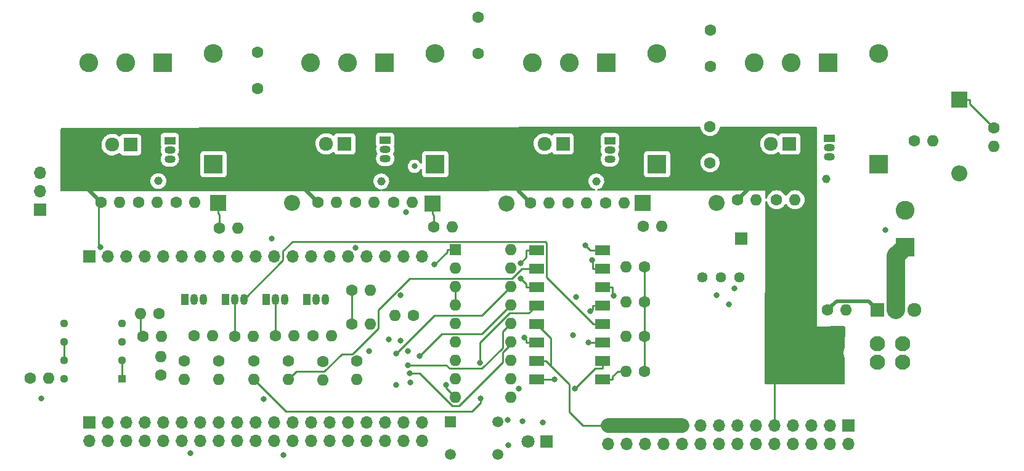
<source format=gbr>
%TF.GenerationSoftware,KiCad,Pcbnew,(6.0.0)*%
%TF.CreationDate,2022-12-13T19:56:49-08:00*%
%TF.ProjectId,MakeItRain,4d616b65-4974-4526-9169-6e2e6b696361,rev?*%
%TF.SameCoordinates,Original*%
%TF.FileFunction,Copper,L1,Top*%
%TF.FilePolarity,Positive*%
%FSLAX46Y46*%
G04 Gerber Fmt 4.6, Leading zero omitted, Abs format (unit mm)*
G04 Created by KiCad (PCBNEW (6.0.0)) date 2022-12-13 19:56:49*
%MOMM*%
%LPD*%
G01*
G04 APERTURE LIST*
%TA.AperFunction,ComponentPad*%
%ADD10C,1.600000*%
%TD*%
%TA.AperFunction,ComponentPad*%
%ADD11R,2.600000X2.600000*%
%TD*%
%TA.AperFunction,ComponentPad*%
%ADD12O,2.600000X2.600000*%
%TD*%
%TA.AperFunction,ComponentPad*%
%ADD13R,1.800000X1.800000*%
%TD*%
%TA.AperFunction,ComponentPad*%
%ADD14C,1.800000*%
%TD*%
%TA.AperFunction,ComponentPad*%
%ADD15R,1.700000X1.700000*%
%TD*%
%TA.AperFunction,ComponentPad*%
%ADD16O,1.700000X1.700000*%
%TD*%
%TA.AperFunction,ComponentPad*%
%ADD17C,2.600000*%
%TD*%
%TA.AperFunction,ComponentPad*%
%ADD18R,1.920000X1.920000*%
%TD*%
%TA.AperFunction,ComponentPad*%
%ADD19C,1.920000*%
%TD*%
%TA.AperFunction,ComponentPad*%
%ADD20R,1.050000X1.500000*%
%TD*%
%TA.AperFunction,ComponentPad*%
%ADD21O,1.050000X1.500000*%
%TD*%
%TA.AperFunction,ComponentPad*%
%ADD22R,1.150000X1.150000*%
%TD*%
%TA.AperFunction,ComponentPad*%
%ADD23C,1.150000*%
%TD*%
%TA.AperFunction,ComponentPad*%
%ADD24O,1.600000X1.600000*%
%TD*%
%TA.AperFunction,ComponentPad*%
%ADD25R,1.500000X1.050000*%
%TD*%
%TA.AperFunction,ComponentPad*%
%ADD26O,1.500000X1.050000*%
%TD*%
%TA.AperFunction,ComponentPad*%
%ADD27C,1.440000*%
%TD*%
%TA.AperFunction,ComponentPad*%
%ADD28R,1.600000X1.600000*%
%TD*%
%TA.AperFunction,ComponentPad*%
%ADD29R,2.200000X2.200000*%
%TD*%
%TA.AperFunction,ComponentPad*%
%ADD30O,2.200000X2.200000*%
%TD*%
%TA.AperFunction,ComponentPad*%
%ADD31R,1.500000X1.500000*%
%TD*%
%TA.AperFunction,ComponentPad*%
%ADD32C,1.500000*%
%TD*%
%TA.AperFunction,ComponentPad*%
%ADD33C,2.100000*%
%TD*%
%TA.AperFunction,ComponentPad*%
%ADD34R,1.130000X1.130000*%
%TD*%
%TA.AperFunction,ComponentPad*%
%ADD35C,1.130000*%
%TD*%
%TA.AperFunction,SMDPad,CuDef*%
%ADD36R,2.100000X1.450000*%
%TD*%
%TA.AperFunction,ViaPad*%
%ADD37C,0.800000*%
%TD*%
%TA.AperFunction,Conductor*%
%ADD38C,0.250000*%
%TD*%
%TA.AperFunction,Conductor*%
%ADD39C,2.032000*%
%TD*%
%TA.AperFunction,Conductor*%
%ADD40C,0.508000*%
%TD*%
%TA.AperFunction,Conductor*%
%ADD41C,2.540000*%
%TD*%
G04 APERTURE END LIST*
D10*
%TO.P,C2,1*%
%TO.N,/Zone1IO/ZoneInput*%
X89109000Y-69659700D03*
%TO.P,C2,2*%
%TO.N,GND*%
X89109000Y-74659700D03*
%TD*%
%TO.P,C3,1*%
%TO.N,/Zone2IO/ZoneInput*%
X119449600Y-64825000D03*
%TO.P,C3,2*%
%TO.N,GND*%
X119449600Y-69825000D03*
%TD*%
%TO.P,C4,1*%
%TO.N,/Zone3IO/ZoneInput*%
X151357900Y-66638300D03*
%TO.P,C4,2*%
%TO.N,GND*%
X151357900Y-71638300D03*
%TD*%
D11*
%TO.P,D3,1,K*%
%TO.N,/Zone1IO/ZoneOutput*%
X83061000Y-85060000D03*
D12*
%TO.P,D3,2,A*%
%TO.N,GND*%
X83061000Y-69820000D03*
%TD*%
D11*
%TO.P,D5,1,K*%
%TO.N,/Zone2IO/ZoneOutput*%
X113541000Y-85060000D03*
D12*
%TO.P,D5,2,A*%
%TO.N,GND*%
X113541000Y-69820000D03*
%TD*%
D11*
%TO.P,D7,1,K*%
%TO.N,/Zone4IO/ZoneOutput*%
X174501000Y-85060000D03*
D12*
%TO.P,D7,2,A*%
%TO.N,GND*%
X174501000Y-69820000D03*
%TD*%
D11*
%TO.P,D9,1,K*%
%TO.N,/Zone3IO/ZoneOutput*%
X144021000Y-85060000D03*
D12*
%TO.P,D9,2,A*%
%TO.N,GND*%
X144021000Y-69820000D03*
%TD*%
D13*
%TO.P,D1,1,K*%
%TO.N,Net-(D1-Pad1)*%
X128872900Y-123268200D03*
D14*
%TO.P,D1,2,A*%
%TO.N,D27*%
X126332900Y-123268200D03*
%TD*%
D15*
%TO.P,J2,1,Pin_1*%
%TO.N,+3V3*%
X66040000Y-120650000D03*
D16*
%TO.P,J2,2,Pin_2*%
X66040000Y-123190000D03*
%TO.P,J2,3,Pin_3*%
%TO.N,EN*%
X68580000Y-120650000D03*
%TO.P,J2,4,Pin_4*%
X68580000Y-123190000D03*
%TO.P,J2,5,Pin_5*%
%TO.N,D36*%
X71120000Y-120650000D03*
%TO.P,J2,6,Pin_6*%
X71120000Y-123190000D03*
%TO.P,J2,7,Pin_7*%
%TO.N,D39*%
X73660000Y-120650000D03*
%TO.P,J2,8,Pin_8*%
X73660000Y-123190000D03*
%TO.P,J2,9,Pin_9*%
%TO.N,D34*%
X76200000Y-120650000D03*
%TO.P,J2,10,Pin_10*%
X76200000Y-123190000D03*
%TO.P,J2,11,Pin_11*%
%TO.N,D35*%
X78740000Y-120650000D03*
%TO.P,J2,12,Pin_12*%
X78740000Y-123190000D03*
%TO.P,J2,13,Pin_13*%
%TO.N,D32*%
X81280000Y-120650000D03*
%TO.P,J2,14,Pin_14*%
X81280000Y-123190000D03*
%TO.P,J2,15,Pin_15*%
%TO.N,D33*%
X83820000Y-120650000D03*
%TO.P,J2,16,Pin_16*%
X83820000Y-123190000D03*
%TO.P,J2,17,Pin_17*%
%TO.N,D25*%
X86360000Y-120650000D03*
%TO.P,J2,18,Pin_18*%
X86360000Y-123190000D03*
%TO.P,J2,19,Pin_19*%
%TO.N,D26*%
X88900000Y-120650000D03*
%TO.P,J2,20,Pin_20*%
X88900000Y-123190000D03*
%TO.P,J2,21,Pin_21*%
%TO.N,D27*%
X91440000Y-120650000D03*
%TO.P,J2,22,Pin_22*%
X91440000Y-123190000D03*
%TO.P,J2,23,Pin_23*%
%TO.N,D14*%
X93980000Y-120650000D03*
%TO.P,J2,24,Pin_24*%
X93980000Y-123190000D03*
%TO.P,J2,25,Pin_25*%
%TO.N,D12*%
X96520000Y-120650000D03*
%TO.P,J2,26,Pin_26*%
X96520000Y-123190000D03*
%TO.P,J2,27,Pin_27*%
%TO.N,GND*%
X99060000Y-120650000D03*
%TO.P,J2,28,Pin_28*%
X99060000Y-123190000D03*
%TO.P,J2,29,Pin_29*%
%TO.N,unconnected-(J2-Pad29)*%
X101600000Y-120650000D03*
%TO.P,J2,30,Pin_30*%
%TO.N,unconnected-(J2-Pad30)*%
X101600000Y-123190000D03*
%TO.P,J2,31,Pin_31*%
%TO.N,unconnected-(J2-Pad31)*%
X104140000Y-120650000D03*
%TO.P,J2,32,Pin_32*%
%TO.N,unconnected-(J2-Pad32)*%
X104140000Y-123190000D03*
%TO.P,J2,33,Pin_33*%
%TO.N,unconnected-(J2-Pad33)*%
X106680000Y-120650000D03*
%TO.P,J2,34,Pin_34*%
%TO.N,unconnected-(J2-Pad34)*%
X106680000Y-123190000D03*
%TO.P,J2,35,Pin_35*%
%TO.N,GND*%
X109220000Y-120650000D03*
%TO.P,J2,36,Pin_36*%
X109220000Y-123190000D03*
%TO.P,J2,37,Pin_37*%
%TO.N,Net-(J2-Pad37)*%
X111760000Y-120650000D03*
%TO.P,J2,38,Pin_38*%
X111760000Y-123190000D03*
%TD*%
D15*
%TO.P,J3,1,Pin_1*%
%TO.N,GND*%
X66040000Y-97790000D03*
D16*
%TO.P,J3,2,Pin_2*%
%TO.N,D23*%
X68580000Y-97790000D03*
%TO.P,J3,3,Pin_3*%
%TO.N,D22*%
X71120000Y-97790000D03*
%TO.P,J3,4,Pin_4*%
%TO.N,TX*%
X73660000Y-97790000D03*
%TO.P,J3,5,Pin_5*%
%TO.N,RX*%
X76200000Y-97790000D03*
%TO.P,J3,6,Pin_6*%
%TO.N,D21*%
X78740000Y-97790000D03*
%TO.P,J3,7,Pin_7*%
%TO.N,GND*%
X81280000Y-97790000D03*
%TO.P,J3,8,Pin_8*%
%TO.N,D19*%
X83820000Y-97790000D03*
%TO.P,J3,9,Pin_9*%
%TO.N,D18*%
X86360000Y-97790000D03*
%TO.P,J3,10,Pin_10*%
%TO.N,D5*%
X88900000Y-97790000D03*
%TO.P,J3,11,Pin_11*%
%TO.N,D17*%
X91440000Y-97790000D03*
%TO.P,J3,12,Pin_12*%
%TO.N,D16*%
X93980000Y-97790000D03*
%TO.P,J3,13,Pin_13*%
%TO.N,D4*%
X96520000Y-97790000D03*
%TO.P,J3,14,Pin_14*%
%TO.N,D0*%
X99060000Y-97790000D03*
%TO.P,J3,15,Pin_15*%
%TO.N,D2*%
X101600000Y-97790000D03*
%TO.P,J3,16,Pin_16*%
%TO.N,D15*%
X104140000Y-97790000D03*
%TO.P,J3,17,Pin_17*%
%TO.N,/SD1*%
X106680000Y-97790000D03*
%TO.P,J3,18,Pin_18*%
%TO.N,/SDD*%
X109220000Y-97790000D03*
%TO.P,J3,19,Pin_19*%
%TO.N,/CLK*%
X111760000Y-97790000D03*
%TD*%
D11*
%TO.P,P1,1,Pin_1*%
%TO.N,Net-(P1-Pad1)*%
X178125700Y-96457800D03*
D17*
%TO.P,P1,2,Pin_2*%
%TO.N,GND*%
X178125700Y-91377800D03*
%TD*%
D18*
%TO.P,Q3,1*%
%TO.N,Net-(Q3-Pad1)*%
X71689700Y-82379600D03*
D19*
%TO.P,Q3,2*%
%TO.N,/Zone1IO/ZoneOutput*%
X69149700Y-82379600D03*
%TO.P,Q3,3*%
%TO.N,+VDC*%
X66609700Y-82379600D03*
%TD*%
D18*
%TO.P,Q6,1*%
%TO.N,Net-(Q6-Pad1)*%
X101108600Y-82267600D03*
D19*
%TO.P,Q6,2*%
%TO.N,/Zone2IO/ZoneOutput*%
X98568600Y-82267600D03*
%TO.P,Q6,3*%
%TO.N,+VDC*%
X96028600Y-82267600D03*
%TD*%
D20*
%TO.P,Q7,1,S*%
%TO.N,GND*%
X90300800Y-103664300D03*
D21*
%TO.P,Q7,2,G*%
%TO.N,Net-(D6-Pad2)*%
X91570800Y-103664300D03*
%TO.P,Q7,3,D*%
%TO.N,/InputIsolation/3in*%
X92840800Y-103664300D03*
%TD*%
D18*
%TO.P,Q9,1*%
%TO.N,Net-(Q9-Pad1)*%
X131085700Y-82267600D03*
D19*
%TO.P,Q9,2*%
%TO.N,/Zone3IO/ZoneOutput*%
X128545700Y-82267600D03*
%TO.P,Q9,3*%
%TO.N,+VDC*%
X126005700Y-82267600D03*
%TD*%
D18*
%TO.P,Q12,1*%
%TO.N,Net-(Q12-Pad1)*%
X162229200Y-82267600D03*
D19*
%TO.P,Q12,2*%
%TO.N,/Zone4IO/ZoneOutput*%
X159689200Y-82267600D03*
%TO.P,Q12,3*%
%TO.N,+VDC*%
X157149200Y-82267600D03*
%TD*%
D18*
%TO.P,Q13,1*%
%TO.N,Net-(Q13-Pad1)*%
X174341600Y-105164100D03*
D19*
%TO.P,Q13,2*%
%TO.N,Net-(P1-Pad1)*%
X176881600Y-105164100D03*
%TO.P,Q13,3*%
%TO.N,Net-(Q13-Pad3)*%
X179421600Y-105164100D03*
%TD*%
D11*
%TO.P,Z2,1,Pin_1*%
%TO.N,/Zone2IO/ZoneInput*%
X106556000Y-71090000D03*
D17*
%TO.P,Z2,2,Pin_2*%
%TO.N,/Zone2IO/ZoneOutput*%
X101476000Y-71090000D03*
%TO.P,Z2,3,Pin_3*%
%TO.N,GND*%
X96396000Y-71090000D03*
%TD*%
D11*
%TO.P,Z3,1,Pin_1*%
%TO.N,/Zone3IO/ZoneInput*%
X137036000Y-71090000D03*
D17*
%TO.P,Z3,2,Pin_2*%
%TO.N,/Zone3IO/ZoneOutput*%
X131956000Y-71090000D03*
%TO.P,Z3,3,Pin_3*%
%TO.N,GND*%
X126876000Y-71090000D03*
%TD*%
D11*
%TO.P,Z4,1,Pin_1*%
%TO.N,/Zone4IO/ZoneInput*%
X167516000Y-71090000D03*
D17*
%TO.P,Z4,2,Pin_2*%
%TO.N,/Zone4IO/ZoneOutput*%
X162436000Y-71090000D03*
%TO.P,Z4,3,Pin_3*%
%TO.N,GND*%
X157356000Y-71090000D03*
%TD*%
D11*
%TO.P,Z1,1,Pin_1*%
%TO.N,/Zone1IO/ZoneInput*%
X76076000Y-71090000D03*
D17*
%TO.P,Z1,2,Pin_2*%
%TO.N,/Zone1IO/ZoneOutput*%
X70996000Y-71090000D03*
%TO.P,Z1,3,Pin_3*%
%TO.N,GND*%
X65916000Y-71090000D03*
%TD*%
D15*
%TO.P,J1,1,Pin_1*%
%TO.N,+VDC*%
X170349000Y-121042300D03*
D16*
%TO.P,J1,2,Pin_2*%
%TO.N,D22*%
X170349000Y-123582300D03*
%TO.P,J1,3,Pin_3*%
%TO.N,+VDC*%
X167809000Y-121042300D03*
%TO.P,J1,4,Pin_4*%
%TO.N,D21*%
X167809000Y-123582300D03*
%TO.P,J1,5,Pin_5*%
%TO.N,+VDC*%
X165269000Y-121042300D03*
%TO.P,J1,6,Pin_6*%
%TO.N,Z8*%
X165269000Y-123582300D03*
%TO.P,J1,7,Pin_7*%
%TO.N,+VDC*%
X162729000Y-121042300D03*
%TO.P,J1,8,Pin_8*%
%TO.N,Z7*%
X162729000Y-123582300D03*
%TO.P,J1,9,Pin_9*%
%TO.N,+VDC*%
X160189000Y-121042300D03*
%TO.P,J1,10,Pin_10*%
%TO.N,Z6*%
X160189000Y-123582300D03*
%TO.P,J1,11,Pin_11*%
%TO.N,+3V3*%
X157649000Y-121042300D03*
%TO.P,J1,12,Pin_12*%
%TO.N,Z5*%
X157649000Y-123582300D03*
%TO.P,J1,13,Pin_13*%
%TO.N,+3V3*%
X155109000Y-121042300D03*
%TO.P,J1,14,Pin_14*%
%TO.N,D26*%
X155109000Y-123582300D03*
%TO.P,J1,15,Pin_15*%
%TO.N,+3V3*%
X152569000Y-121042300D03*
%TO.P,J1,16,Pin_16*%
%TO.N,D23*%
X152569000Y-123582300D03*
%TO.P,J1,17,Pin_17*%
%TO.N,+3V3*%
X150029000Y-121042300D03*
%TO.P,J1,18,Pin_18*%
%TO.N,D19*%
X150029000Y-123582300D03*
%TO.P,J1,19,Pin_19*%
%TO.N,GND*%
X147489000Y-121042300D03*
%TO.P,J1,20,Pin_20*%
%TO.N,D18*%
X147489000Y-123582300D03*
%TO.P,J1,21,Pin_21*%
%TO.N,GND*%
X144949000Y-121042300D03*
%TO.P,J1,22,Pin_22*%
%TO.N,D17*%
X144949000Y-123582300D03*
%TO.P,J1,23,Pin_23*%
%TO.N,GND*%
X142409000Y-121042300D03*
%TO.P,J1,24,Pin_24*%
%TO.N,D16*%
X142409000Y-123582300D03*
%TO.P,J1,25,Pin_25*%
%TO.N,GND*%
X139869000Y-121042300D03*
%TO.P,J1,26,Pin_26*%
%TO.N,TX*%
X139869000Y-123582300D03*
%TO.P,J1,27,Pin_27*%
%TO.N,GND*%
X137329000Y-121042300D03*
%TO.P,J1,28,Pin_28*%
%TO.N,RX*%
X137329000Y-123582300D03*
%TD*%
D22*
%TO.P,Z5,1*%
%TO.N,+VDC*%
X64792500Y-87395400D03*
D23*
%TO.P,Z5,2*%
%TO.N,Net-(Q3-Pad1)*%
X75492500Y-87395400D03*
%TD*%
D22*
%TO.P,Z6,1*%
%TO.N,+VDC*%
X95418500Y-87436000D03*
D23*
%TO.P,Z6,2*%
%TO.N,Net-(Q6-Pad1)*%
X106118500Y-87436000D03*
%TD*%
D22*
%TO.P,Z8,1*%
%TO.N,+VDC*%
X156564300Y-87104200D03*
D23*
%TO.P,Z8,2*%
%TO.N,Net-(Q12-Pad1)*%
X167264300Y-87104200D03*
%TD*%
D20*
%TO.P,Q4,1,S*%
%TO.N,GND*%
X84702900Y-103677400D03*
D21*
%TO.P,Q4,2,G*%
%TO.N,Net-(D4-Pad2)*%
X85972900Y-103677400D03*
%TO.P,Q4,3,D*%
%TO.N,/InputIsolation/2in*%
X87242900Y-103677400D03*
%TD*%
D10*
%TO.P,R23,1*%
%TO.N,+VDC*%
X75572300Y-105627200D03*
D24*
%TO.P,R23,2*%
%TO.N,Net-(IC3-Pad3)*%
X73032300Y-105627200D03*
%TD*%
D10*
%TO.P,R31,1*%
%TO.N,+3V3*%
X83822200Y-112140600D03*
D24*
%TO.P,R31,2*%
%TO.N,D35*%
X83822200Y-114680600D03*
%TD*%
D10*
%TO.P,R16,1*%
%TO.N,Net-(Q9-Pad1)*%
X131777400Y-90385900D03*
D24*
%TO.P,R16,2*%
%TO.N,Net-(Q8-Pad3)*%
X134317400Y-90385900D03*
%TD*%
D25*
%TO.P,Q2,1,S*%
%TO.N,GND*%
X77074800Y-81816600D03*
D26*
%TO.P,Q2,2,G*%
%TO.N,Z1*%
X77074800Y-83086600D03*
%TO.P,Q2,3,D*%
%TO.N,Net-(Q2-Pad3)*%
X77074800Y-84356600D03*
%TD*%
D10*
%TO.P,R24,1*%
%TO.N,Net-(IC3-Pad3)*%
X73376700Y-108765100D03*
D24*
%TO.P,R24,2*%
%TO.N,GND*%
X75916700Y-108765100D03*
%TD*%
D10*
%TO.P,R5,1*%
%TO.N,Net-(D2-Pad2)*%
X80372200Y-108702600D03*
D24*
%TO.P,R5,2*%
%TO.N,GND*%
X82912200Y-108702600D03*
%TD*%
D27*
%TO.P,RV1,1,1*%
%TO.N,AuxVoltage*%
X150281700Y-100622000D03*
%TO.P,RV1,2,2*%
%TO.N,Net-(IC3-Pad5)*%
X152821700Y-100622000D03*
%TO.P,RV1,3,3*%
%TO.N,GND*%
X155361700Y-100622000D03*
%TD*%
D15*
%TO.P,J4,1,Pin_1*%
%TO.N,AuxVoltage*%
X155598900Y-95333800D03*
%TD*%
D10*
%TO.P,R15,1*%
%TO.N,+VDC*%
X126614500Y-90392400D03*
D24*
%TO.P,R15,2*%
%TO.N,Net-(Q9-Pad1)*%
X129154500Y-90392400D03*
%TD*%
D10*
%TO.P,R17,1*%
%TO.N,Net-(D8-Pad2)*%
X96767000Y-108701700D03*
D24*
%TO.P,R17,2*%
%TO.N,GND*%
X99307000Y-108701700D03*
%TD*%
D15*
%TO.P,J5,1,Pin_1*%
%TO.N,+VDC*%
X59207700Y-91310200D03*
D16*
%TO.P,J5,2,Pin_2*%
%TO.N,+3V3*%
X59207700Y-88770200D03*
%TO.P,J5,3,Pin_3*%
%TO.N,GND*%
X59207700Y-86230200D03*
%TD*%
D10*
%TO.P,R4,1*%
%TO.N,Net-(D1-Pad1)*%
X98113700Y-112207200D03*
D24*
%TO.P,R4,2*%
%TO.N,GND*%
X98113700Y-114747200D03*
%TD*%
D10*
%TO.P,R18,1*%
%TO.N,Z4*%
X179350700Y-81833100D03*
D24*
%TO.P,R18,2*%
%TO.N,GND*%
X181890700Y-81833100D03*
%TD*%
D10*
%TO.P,R29,1*%
%TO.N,+3V3*%
X142295000Y-113577700D03*
D24*
%TO.P,R29,2*%
%TO.N,Net-(IC4-Pad1)*%
X139755000Y-113577700D03*
%TD*%
D10*
%TO.P,R25,1*%
%TO.N,D33*%
X75859900Y-114068500D03*
D24*
%TO.P,R25,2*%
%TO.N,GND*%
X75859900Y-111528500D03*
%TD*%
D10*
%TO.P,R33,1*%
%TO.N,+3V3*%
X93402900Y-112140600D03*
D24*
%TO.P,R33,2*%
%TO.N,D39*%
X93402900Y-114680600D03*
%TD*%
D10*
%TO.P,R2,1*%
%TO.N,/Zone2IO/ZoneInput*%
X113321700Y-93731200D03*
D24*
%TO.P,R2,2*%
%TO.N,Net-(D4-Pad2)*%
X115861700Y-93731200D03*
%TD*%
D10*
%TO.P,R14,1*%
%TO.N,Z3*%
X136973400Y-90405200D03*
D24*
%TO.P,R14,2*%
%TO.N,GND*%
X139513400Y-90405200D03*
%TD*%
D25*
%TO.P,Q11,1,S*%
%TO.N,GND*%
X167687500Y-81543000D03*
D26*
%TO.P,Q11,2,G*%
%TO.N,Z4*%
X167687500Y-82813000D03*
%TO.P,Q11,3,D*%
%TO.N,Net-(Q11-Pad3)*%
X167687500Y-84083000D03*
%TD*%
D10*
%TO.P,R27,1*%
%TO.N,+3V3*%
X142295000Y-103999000D03*
D24*
%TO.P,R27,2*%
%TO.N,Net-(IC4-Pad5)*%
X139755000Y-103999000D03*
%TD*%
D28*
%TO.P,U1,1,SCL*%
%TO.N,D22*%
X116307900Y-96853800D03*
D24*
%TO.P,U1,2,SDA*%
%TO.N,D21*%
X116307900Y-99393800D03*
%TO.P,U1,3,A2*%
%TO.N,GND*%
X116307900Y-101933800D03*
%TO.P,U1,4,A1*%
X116307900Y-104473800D03*
%TO.P,U1,5,A0*%
X116307900Y-107013800D03*
%TO.P,U1,6,~{RESET}*%
%TO.N,Net-(IC1-Pad6)*%
X116307900Y-109553800D03*
%TO.P,U1,7,NC*%
%TO.N,unconnected-(U1-Pad7)*%
X116307900Y-112093800D03*
%TO.P,U1,8,INT*%
%TO.N,unconnected-(U1-Pad8)*%
X116307900Y-114633800D03*
%TO.P,U1,9,VSS*%
%TO.N,GND*%
X116307900Y-117173800D03*
%TO.P,U1,10,GP0*%
%TO.N,Z1*%
X123927900Y-117173800D03*
%TO.P,U1,11,GP1*%
%TO.N,Z2*%
X123927900Y-114633800D03*
%TO.P,U1,12,GP2*%
%TO.N,Z3*%
X123927900Y-112093800D03*
%TO.P,U1,13,GP3*%
%TO.N,Z4*%
X123927900Y-109553800D03*
%TO.P,U1,14,GP4*%
%TO.N,Z5*%
X123927900Y-107013800D03*
%TO.P,U1,15,GP5*%
%TO.N,Z6*%
X123927900Y-104473800D03*
%TO.P,U1,16,GP6*%
%TO.N,Z7*%
X123927900Y-101933800D03*
%TO.P,U1,17,GP7*%
%TO.N,Z8*%
X123927900Y-99393800D03*
%TO.P,U1,18,VDD*%
%TO.N,+3V3*%
X123927900Y-96853800D03*
%TD*%
D29*
%TO.P,D4,1,K*%
%TO.N,/Zone2IO/ZoneInput*%
X113156300Y-90507700D03*
D30*
%TO.P,D4,2,A*%
%TO.N,Net-(D4-Pad2)*%
X123316300Y-90507700D03*
%TD*%
D29*
%TO.P,D2,1,K*%
%TO.N,/Zone1IO/ZoneInput*%
X83739400Y-90439100D03*
D30*
%TO.P,D2,2,A*%
%TO.N,Net-(D2-Pad2)*%
X93899400Y-90439100D03*
%TD*%
D31*
%TO.P,S1,1,NO_1*%
%TO.N,unconnected-(S1-Pad1)*%
X115616200Y-120523800D03*
D32*
%TO.P,S1,2,NO_2*%
%TO.N,+3V3*%
X122116200Y-120523800D03*
%TO.P,S1,3,COM_1*%
%TO.N,unconnected-(S1-Pad3)*%
X115616200Y-125023800D03*
%TO.P,S1,4,COM_2*%
%TO.N,D25*%
X122116200Y-125023800D03*
%TD*%
D10*
%TO.P,R9,1*%
%TO.N,Net-(D4-Pad2)*%
X85984200Y-108777600D03*
D24*
%TO.P,R9,2*%
%TO.N,GND*%
X88524200Y-108777600D03*
%TD*%
D10*
%TO.P,R13,1*%
%TO.N,Net-(D6-Pad2)*%
X91573600Y-108698400D03*
D24*
%TO.P,R13,2*%
%TO.N,GND*%
X94113600Y-108698400D03*
%TD*%
D10*
%TO.P,R6,1*%
%TO.N,Z1*%
X77976900Y-90313600D03*
D24*
%TO.P,R6,2*%
%TO.N,GND*%
X80516900Y-90313600D03*
%TD*%
D10*
%TO.P,R11,1*%
%TO.N,+VDC*%
X97428100Y-90313600D03*
D24*
%TO.P,R11,2*%
%TO.N,Net-(Q6-Pad1)*%
X99968100Y-90313600D03*
%TD*%
D10*
%TO.P,R7,1*%
%TO.N,+VDC*%
X67592100Y-90313600D03*
D24*
%TO.P,R7,2*%
%TO.N,Net-(Q3-Pad1)*%
X70132100Y-90313600D03*
%TD*%
D10*
%TO.P,R37,1*%
%TO.N,+3V3*%
X102042400Y-102441800D03*
D24*
%TO.P,R37,2*%
%TO.N,D21*%
X104582400Y-102441800D03*
%TD*%
D33*
%TO.P,U2,1,1*%
%TO.N,+VDC*%
X164978400Y-112300500D03*
%TO.P,U2,2,2*%
X168478400Y-112300500D03*
%TO.P,U2,3,3*%
%TO.N,Net-(Q13-Pad3)*%
X174278400Y-112300500D03*
%TO.P,U2,4,4*%
X177778400Y-112300500D03*
%TO.P,U2,5,5*%
X177778400Y-109800500D03*
%TO.P,U2,6,6*%
X174278400Y-109800500D03*
%TO.P,U2,7,7*%
%TO.N,+VDC*%
X168478400Y-109800500D03*
%TO.P,U2,8,8*%
X164978400Y-109800500D03*
%TD*%
D20*
%TO.P,Q10,1,S*%
%TO.N,GND*%
X95932600Y-103664300D03*
D21*
%TO.P,Q10,2,G*%
%TO.N,Net-(D8-Pad2)*%
X97202600Y-103664300D03*
%TO.P,Q10,3,D*%
%TO.N,/InputIsolation/4in*%
X98472600Y-103664300D03*
%TD*%
D29*
%TO.P,D8,1,K*%
%TO.N,/Zone4IO/ZoneInput*%
X185558100Y-76184700D03*
D30*
%TO.P,D8,2,A*%
%TO.N,Net-(D8-Pad2)*%
X185558100Y-86344700D03*
%TD*%
D34*
%TO.P,IC3,1,OUTA*%
%TO.N,D33*%
X70520600Y-114579500D03*
D35*
%TO.P,IC3,2,-INA*%
X70520600Y-112039500D03*
%TO.P,IC3,3,+INA*%
%TO.N,Net-(IC3-Pad3)*%
X70520600Y-109499500D03*
%TO.P,IC3,4,V-*%
%TO.N,GND*%
X70520600Y-106959500D03*
%TO.P,IC3,5,+INB*%
%TO.N,Net-(IC3-Pad5)*%
X62580600Y-106959500D03*
%TO.P,IC3,6,-INB*%
%TO.N,D32*%
X62580600Y-109499500D03*
%TO.P,IC3,7,OUTB*%
X62580600Y-112039500D03*
%TO.P,IC3,8,V+*%
%TO.N,+3V3*%
X62580600Y-114579500D03*
%TD*%
D20*
%TO.P,Q1,1,S*%
%TO.N,GND*%
X79106900Y-103682000D03*
D21*
%TO.P,Q1,2,G*%
%TO.N,Net-(D2-Pad2)*%
X80376900Y-103682000D03*
%TO.P,Q1,3,D*%
%TO.N,/InputIsolation/1in*%
X81646900Y-103682000D03*
%TD*%
D10*
%TO.P,R26,1*%
%TO.N,+3V3*%
X142295000Y-99209700D03*
D24*
%TO.P,R26,2*%
%TO.N,Net-(IC4-Pad7)*%
X139755000Y-99209700D03*
%TD*%
D10*
%TO.P,R36,1*%
%TO.N,+3V3*%
X110516400Y-105882500D03*
D24*
%TO.P,R36,2*%
%TO.N,Net-(IC1-Pad6)*%
X107976400Y-105882500D03*
%TD*%
D10*
%TO.P,R1,1*%
%TO.N,/Zone1IO/ZoneInput*%
X83868300Y-93912900D03*
D24*
%TO.P,R1,2*%
%TO.N,Net-(D2-Pad2)*%
X86408300Y-93912900D03*
%TD*%
D10*
%TO.P,R8,1*%
%TO.N,Net-(Q3-Pad1)*%
X72798600Y-90313600D03*
D24*
%TO.P,R8,2*%
%TO.N,Net-(Q2-Pad3)*%
X75338600Y-90313600D03*
%TD*%
D36*
%TO.P,IC4,1,A_1*%
%TO.N,Net-(IC4-Pad1)*%
X136544000Y-114701100D03*
%TO.P,IC4,2,K_1*%
%TO.N,/InputIsolation/1in*%
X136544000Y-112161100D03*
%TO.P,IC4,3,A_2*%
%TO.N,Net-(IC4-Pad3)*%
X136544000Y-109621100D03*
%TO.P,IC4,4,K_2*%
%TO.N,/InputIsolation/2in*%
X136544000Y-107081100D03*
%TO.P,IC4,5,A_3*%
%TO.N,Net-(IC4-Pad5)*%
X136544000Y-104541100D03*
%TO.P,IC4,6,K_3*%
%TO.N,/InputIsolation/3in*%
X136544000Y-102001100D03*
%TO.P,IC4,7,A_4*%
%TO.N,Net-(IC4-Pad7)*%
X136544000Y-99461100D03*
%TO.P,IC4,8,K_4*%
%TO.N,/InputIsolation/4in*%
X136544000Y-96921100D03*
%TO.P,IC4,9,E_1*%
%TO.N,GND*%
X127444000Y-96921100D03*
%TO.P,IC4,10,C_1*%
%TO.N,D39*%
X127444000Y-99461100D03*
%TO.P,IC4,11,E_2*%
%TO.N,GND*%
X127444000Y-102001100D03*
%TO.P,IC4,12,C_2*%
%TO.N,D36*%
X127444000Y-104541100D03*
%TO.P,IC4,13,E_3*%
%TO.N,GND*%
X127444000Y-107081100D03*
%TO.P,IC4,14,C_3*%
%TO.N,D35*%
X127444000Y-109621100D03*
%TO.P,IC4,15,E_4*%
%TO.N,GND*%
X127444000Y-112161100D03*
%TO.P,IC4,16,C_4*%
%TO.N,D34*%
X127444000Y-114701100D03*
%TD*%
D25*
%TO.P,Q8,1,S*%
%TO.N,GND*%
X137542600Y-81822900D03*
D26*
%TO.P,Q8,2,G*%
%TO.N,Z3*%
X137542600Y-83092900D03*
%TO.P,Q8,3,D*%
%TO.N,Net-(Q8-Pad3)*%
X137542600Y-84362900D03*
%TD*%
D25*
%TO.P,Q5,1,S*%
%TO.N,GND*%
X106673400Y-81749200D03*
D26*
%TO.P,Q5,2,G*%
%TO.N,Z2*%
X106673400Y-83019200D03*
%TO.P,Q5,3,D*%
%TO.N,Net-(Q5-Pad3)*%
X106673400Y-84289200D03*
%TD*%
D10*
%TO.P,C5,1*%
%TO.N,/Zone4IO/ZoneInput*%
X151310400Y-84874400D03*
%TO.P,C5,2*%
%TO.N,GND*%
X151310400Y-79874400D03*
%TD*%
%TO.P,R21,1*%
%TO.N,Net-(Q13-Pad1)*%
X167425100Y-105167700D03*
D24*
%TO.P,R21,2*%
%TO.N,GND*%
X169965100Y-105167700D03*
%TD*%
D10*
%TO.P,R3,1*%
%TO.N,D25*%
X102762800Y-112161900D03*
D24*
%TO.P,R3,2*%
%TO.N,GND*%
X102762800Y-114701900D03*
%TD*%
D10*
%TO.P,R30,1*%
%TO.N,+3V3*%
X79031800Y-112140600D03*
D24*
%TO.P,R30,2*%
%TO.N,D34*%
X79031800Y-114680600D03*
%TD*%
D10*
%TO.P,R12,1*%
%TO.N,Net-(Q6-Pad1)*%
X102602700Y-90291400D03*
D24*
%TO.P,R12,2*%
%TO.N,Net-(Q5-Pad3)*%
X105142700Y-90291400D03*
%TD*%
D10*
%TO.P,R22,1*%
%TO.N,/Zone3IO/ZoneInput*%
X142150900Y-93635300D03*
D24*
%TO.P,R22,2*%
%TO.N,Net-(D6-Pad2)*%
X144690900Y-93635300D03*
%TD*%
D10*
%TO.P,R28,1*%
%TO.N,+3V3*%
X142295000Y-108788400D03*
D24*
%TO.P,R28,2*%
%TO.N,Net-(IC4-Pad3)*%
X139755000Y-108788400D03*
%TD*%
D10*
%TO.P,R20,1*%
%TO.N,Net-(Q12-Pad1)*%
X160459300Y-89971000D03*
D24*
%TO.P,R20,2*%
%TO.N,Net-(Q11-Pad3)*%
X162999300Y-89971000D03*
%TD*%
D10*
%TO.P,R19,1*%
%TO.N,+VDC*%
X155096800Y-90020800D03*
D24*
%TO.P,R19,2*%
%TO.N,Net-(Q12-Pad1)*%
X157636800Y-90020800D03*
%TD*%
D10*
%TO.P,R35,1*%
%TO.N,/Zone4IO/ZoneInput*%
X190329000Y-80096300D03*
D24*
%TO.P,R35,2*%
%TO.N,Net-(D8-Pad2)*%
X190329000Y-82636300D03*
%TD*%
D10*
%TO.P,R10,1*%
%TO.N,Z2*%
X107804100Y-90285900D03*
D24*
%TO.P,R10,2*%
%TO.N,GND*%
X110344100Y-90285900D03*
%TD*%
D29*
%TO.P,D6,1,K*%
%TO.N,/Zone3IO/ZoneInput*%
X142032800Y-90398200D03*
D30*
%TO.P,D6,2,A*%
%TO.N,Net-(D6-Pad2)*%
X152192800Y-90398200D03*
%TD*%
D10*
%TO.P,R32,1*%
%TO.N,+3V3*%
X88612600Y-112140600D03*
D24*
%TO.P,R32,2*%
%TO.N,D36*%
X88612600Y-114680600D03*
%TD*%
D22*
%TO.P,Z7,1*%
%TO.N,+VDC*%
X124968600Y-87436000D03*
D23*
%TO.P,Z7,2*%
%TO.N,Net-(Q9-Pad1)*%
X135668600Y-87436000D03*
%TD*%
D10*
%TO.P,R38,1*%
%TO.N,+3V3*%
X102042400Y-107114000D03*
D24*
%TO.P,R38,2*%
%TO.N,D22*%
X104582400Y-107114000D03*
%TD*%
D10*
%TO.P,R34,1*%
%TO.N,D32*%
X57889400Y-114568900D03*
D24*
%TO.P,R34,2*%
%TO.N,GND*%
X60429400Y-114568900D03*
%TD*%
D37*
%TO.N,D36*%
X119739455Y-117355526D03*
X119718899Y-112385721D03*
%TO.N,Z7*%
X108203776Y-111142231D03*
%TO.N,GND*%
X175398000Y-94105800D03*
X125284100Y-98667300D03*
X125284100Y-100801900D03*
X115030600Y-115495900D03*
X110681000Y-85364200D03*
%TO.N,+VDC*%
X67496700Y-96478900D03*
%TO.N,+3V3*%
X107153900Y-109240800D03*
%TO.N,/InputIsolation/1in*%
X123475000Y-120266400D03*
X90004700Y-117427600D03*
X132708600Y-115996500D03*
X125054800Y-115996500D03*
%TO.N,/InputIsolation/3in*%
X132890900Y-103319900D03*
X138028300Y-103153700D03*
%TO.N,/InputIsolation/4in*%
X134195600Y-96269700D03*
%TO.N,D21*%
X102620300Y-96568600D03*
X108780100Y-103103500D03*
X108779000Y-109352300D03*
X109822200Y-110805700D03*
%TO.N,D22*%
X113425700Y-98899100D03*
%TO.N,Net-(IC4-Pad3)*%
X134572300Y-109621100D03*
%TO.N,Net-(IC4-Pad5)*%
X134872900Y-105307300D03*
%TO.N,Net-(IC4-Pad7)*%
X135103600Y-98252600D03*
%TO.N,D23*%
X59405200Y-117314900D03*
%TO.N,D19*%
X91082000Y-95292200D03*
%TO.N,D18*%
X108160700Y-115490300D03*
%TO.N,D35*%
X125538200Y-120441600D03*
X125779900Y-108959600D03*
%TO.N,Net-(D8-Pad2)*%
X154634400Y-102151900D03*
%TO.N,RX*%
X109495100Y-91655700D03*
%TO.N,D34*%
X92644600Y-125091200D03*
X123605500Y-123791600D03*
X129920800Y-114701100D03*
X79931300Y-124851400D03*
%TO.N,D17*%
X128316400Y-120643300D03*
%TO.N,Z3*%
X153899200Y-104401300D03*
X110110722Y-115112344D03*
%TO.N,Z4*%
X152205800Y-103122600D03*
X110038196Y-113843478D03*
%TO.N,Z5*%
X109797799Y-112729606D03*
%TO.N,Z6*%
X111397062Y-111476356D03*
%TO.N,Z8*%
X104450300Y-110778200D03*
X132447500Y-108633500D03*
%TD*%
D38*
%TO.N,Z5*%
X115078185Y-112729606D02*
X115566890Y-113218311D01*
X109797799Y-112729606D02*
X115078185Y-112729606D01*
%TO.N,Z4*%
X111387278Y-113843478D02*
X111558648Y-114014848D01*
X110038196Y-113843478D02*
X111387278Y-113843478D01*
X111558648Y-114014848D02*
X115860695Y-118316895D01*
%TO.N,D36*%
X118578361Y-119102250D02*
X119739455Y-117941156D01*
X93034250Y-119102250D02*
X118578361Y-119102250D01*
X119739455Y-117941156D02*
X119739455Y-117355526D01*
X88612600Y-114680600D02*
X93034250Y-119102250D01*
%TO.N,Z4*%
X123927900Y-109879149D02*
X123927900Y-109553800D01*
X122803389Y-112317481D02*
X122803389Y-111003660D01*
X115860695Y-118316895D02*
X116803975Y-118316895D01*
X122803389Y-111003660D02*
X123927900Y-109879149D01*
X116803975Y-118316895D02*
X122803389Y-112317481D01*
%TO.N,Z5*%
X122803389Y-110350129D02*
X122803389Y-108138311D01*
X119935207Y-113218311D02*
X122803389Y-110350129D01*
X115566890Y-113218311D02*
X119935207Y-113218311D01*
X122803389Y-108138311D02*
X123927900Y-107013800D01*
%TO.N,Z7*%
X113456718Y-105889289D02*
X112453985Y-106892022D01*
X119972411Y-105889289D02*
X113456718Y-105889289D01*
X123927900Y-101933800D02*
X119972411Y-105889289D01*
%TO.N,GND*%
X115030600Y-115896500D02*
X116307900Y-117173800D01*
X115030600Y-115495900D02*
X115030600Y-115896500D01*
%TO.N,D36*%
X119718899Y-109632501D02*
X119718899Y-112385721D01*
X123753089Y-105598311D02*
X119718899Y-109632501D01*
%TO.N,Z7*%
X108203776Y-111142231D02*
X112453985Y-106892022D01*
%TO.N,Z6*%
X111397062Y-111476356D02*
X114444129Y-108429289D01*
X114444129Y-108429289D02*
X119972411Y-108429289D01*
X119972411Y-108429289D02*
X123927900Y-104473800D01*
%TO.N,GND*%
X129389515Y-109026615D02*
X129389515Y-112806616D01*
X127444000Y-102001100D02*
X126068900Y-102001100D01*
X133823836Y-121042300D02*
X137329000Y-121042300D01*
D39*
X142409000Y-121042000D02*
X139869200Y-121042000D01*
D38*
X128744000Y-112161100D02*
X129389515Y-112806616D01*
X142409000Y-121042300D02*
X142409000Y-121042000D01*
X126068900Y-102001100D02*
X126068900Y-101586700D01*
X116307900Y-101933800D02*
X116307900Y-104473800D01*
X126068900Y-101586700D02*
X125284100Y-100801900D01*
D39*
X139869200Y-121042000D02*
X137329300Y-121042000D01*
D38*
X127444000Y-96921100D02*
X126068900Y-96921100D01*
X126068900Y-97882500D02*
X125284100Y-98667300D01*
X139869200Y-121042000D02*
X139869000Y-121042200D01*
D39*
X144949000Y-121042000D02*
X142409000Y-121042000D01*
D38*
X131984089Y-119202553D02*
X133823836Y-121042300D01*
X131984089Y-115401189D02*
X131984089Y-119202553D01*
X129389515Y-112806616D02*
X131984089Y-115401189D01*
X137329300Y-121042000D02*
X137329000Y-121042300D01*
X127444000Y-112161100D02*
X128744000Y-112161100D01*
X147489000Y-121042300D02*
X147489000Y-121042000D01*
D39*
X137329300Y-121042000D02*
X137329000Y-121042000D01*
X147489000Y-121042000D02*
X144949000Y-121042000D01*
D38*
X144949000Y-121042300D02*
X144949000Y-121042000D01*
X127444000Y-107081100D02*
X129389515Y-109026615D01*
X126068900Y-96921100D02*
X126068900Y-97882500D01*
X139869000Y-121042200D02*
X139869000Y-121042300D01*
%TO.N,+VDC*%
X67291100Y-90012600D02*
X67291100Y-96273300D01*
X160189000Y-113858900D02*
X160189000Y-121042300D01*
D40*
X64792500Y-87514000D02*
X67291100Y-90012600D01*
X95418500Y-88304000D02*
X97428100Y-90313600D01*
X67291100Y-90012600D02*
X67592100Y-90313600D01*
X124969000Y-88746500D02*
X126614000Y-90392400D01*
X95418500Y-87436000D02*
X95418500Y-88304000D01*
X156564000Y-88553300D02*
X155097000Y-90020800D01*
X156564000Y-87104200D02*
X156564000Y-88553300D01*
D38*
X67291100Y-96273300D02*
X67496700Y-96478900D01*
D40*
X124969000Y-87436000D02*
X124969000Y-88746500D01*
X64792500Y-87395400D02*
X64792500Y-87514000D01*
D38*
%TO.N,+3V3*%
X102042400Y-102441800D02*
X102042400Y-107114000D01*
X142295000Y-108788400D02*
X142295000Y-113577700D01*
X142295000Y-103999000D02*
X142295000Y-108788400D01*
X142295000Y-99209700D02*
X142295000Y-103999000D01*
%TO.N,Net-(D4-Pad2)*%
X85984200Y-108777600D02*
X85972900Y-108766300D01*
X85972900Y-108766300D02*
X85972900Y-103677400D01*
%TO.N,Net-(D6-Pad2)*%
X91573600Y-108698400D02*
X91570800Y-108695600D01*
X91570800Y-108695600D02*
X91570800Y-103664300D01*
%TO.N,/InputIsolation/1in*%
X136544000Y-113211200D02*
X135493900Y-113211200D01*
X136544000Y-112161100D02*
X136544000Y-113211200D01*
X135493900Y-113211200D02*
X132708600Y-115996500D01*
%TO.N,/InputIsolation/2in*%
X136544000Y-107081100D02*
X135244000Y-107081100D01*
X93919573Y-95729289D02*
X92614511Y-97034351D01*
X135244000Y-107081100D02*
X128818511Y-100655611D01*
X92614511Y-98305789D02*
X87242900Y-103677400D01*
X128818511Y-95871589D02*
X128676211Y-95729289D01*
X128676211Y-95729289D02*
X93919573Y-95729289D01*
X128818511Y-100655611D02*
X128818511Y-95871589D01*
X92614511Y-97034351D02*
X92614511Y-98305789D01*
%TO.N,/InputIsolation/3in*%
X137919100Y-102001100D02*
X137919100Y-103044500D01*
X136544000Y-102001100D02*
X137919100Y-102001100D01*
X137919100Y-103044500D02*
X138028300Y-103153700D01*
%TO.N,/InputIsolation/4in*%
X134847000Y-96921100D02*
X134195600Y-96269700D01*
X136544000Y-96921100D02*
X134847000Y-96921100D01*
%TO.N,D39*%
X102172086Y-111194634D02*
X100716566Y-111194634D01*
X105706911Y-107659809D02*
X102172086Y-111194634D01*
X110007479Y-100809289D02*
X105706911Y-105109857D01*
X125450900Y-99461100D02*
X124102711Y-100809289D01*
X127444000Y-99461100D02*
X125450900Y-99461100D01*
X98289997Y-113621203D02*
X94462297Y-113621203D01*
X124102711Y-100809289D02*
X110007479Y-100809289D01*
X94462297Y-113621203D02*
X93402900Y-114680600D01*
X100716566Y-111194634D02*
X98289997Y-113621203D01*
X105706911Y-105109857D02*
X105706911Y-107659809D01*
%TO.N,Net-(P1-Pad1)*%
X176881900Y-105164100D02*
X176882000Y-105164000D01*
D41*
X176882000Y-105164000D02*
X176882000Y-97701900D01*
X176882000Y-97701900D02*
X178125700Y-96458200D01*
D38*
X176881600Y-105164100D02*
X176881900Y-105164100D01*
X178125700Y-96458200D02*
X178125700Y-96457800D01*
D41*
X178125700Y-96458200D02*
X178126000Y-96457900D01*
D38*
%TO.N,/Zone1IO/ZoneInput*%
X83868300Y-91993100D02*
X83868300Y-93912900D01*
X83739400Y-90439100D02*
X83739400Y-91864200D01*
X83739400Y-91864200D02*
X83868300Y-91993100D01*
%TO.N,/Zone2IO/ZoneInput*%
X113156300Y-90507700D02*
X113156300Y-91932800D01*
X113321700Y-92098200D02*
X113321700Y-93731200D01*
X113156300Y-91932800D02*
X113321700Y-92098200D01*
%TO.N,/Zone4IO/ZoneInput*%
X186983200Y-76750500D02*
X186983200Y-76184700D01*
X190329000Y-80096300D02*
X186983200Y-76750500D01*
X185558100Y-76184700D02*
X186983200Y-76184700D01*
%TO.N,D22*%
X115182800Y-96853800D02*
X115182800Y-97142000D01*
X116307900Y-96853800D02*
X115182800Y-96853800D01*
X115182800Y-97142000D02*
X113425700Y-98899100D01*
%TO.N,D36*%
X127444000Y-104541100D02*
X126386789Y-105598311D01*
X126386789Y-105598311D02*
X123753089Y-105598311D01*
%TO.N,Net-(IC3-Pad3)*%
X73032300Y-108421000D02*
X73032300Y-105627200D01*
X73204500Y-108593000D02*
X73032300Y-108421000D01*
X73376700Y-108765000D02*
X73204500Y-108593000D01*
X73204600Y-108593000D02*
X73376700Y-108765100D01*
X73204500Y-108593000D02*
X73204600Y-108593000D01*
%TO.N,Net-(IC4-Pad3)*%
X136544000Y-109621100D02*
X134572300Y-109621100D01*
%TO.N,Net-(IC4-Pad5)*%
X135168900Y-105011300D02*
X134872900Y-105307300D01*
X135168900Y-104541100D02*
X135168900Y-105011300D01*
X136544000Y-104541100D02*
X135168900Y-104541100D01*
%TO.N,Net-(IC4-Pad7)*%
X136544000Y-99461100D02*
X135168900Y-99461100D01*
X135168900Y-98317900D02*
X135103600Y-98252600D01*
X135168900Y-99461100D02*
X135168900Y-98317900D01*
D40*
%TO.N,Net-(Q13-Pad1)*%
X174342000Y-105164000D02*
X174341600Y-105163600D01*
D38*
X167738300Y-104854500D02*
X167425100Y-105167700D01*
X167738500Y-104854500D02*
X167738300Y-104854500D01*
X167738500Y-104854500D02*
X167425000Y-105168000D01*
D40*
X168052000Y-104541000D02*
X167738500Y-104854500D01*
D38*
X174341600Y-105163600D02*
X174341600Y-105164100D01*
D40*
X167738500Y-104854500D02*
X167425000Y-105168000D01*
X168679000Y-103914000D02*
X168052000Y-104541000D01*
X174341600Y-105163600D02*
X173092000Y-103914000D01*
D38*
X168052000Y-104541000D02*
X167738500Y-104854500D01*
D40*
X173092000Y-103914000D02*
X168679000Y-103914000D01*
D38*
%TO.N,Net-(IC4-Pad1)*%
X137919100Y-114288500D02*
X138629900Y-113577700D01*
X136544000Y-114701100D02*
X137919100Y-114701100D01*
X137919100Y-114701100D02*
X137919100Y-114288500D01*
X139755000Y-113577700D02*
X138629900Y-113577700D01*
%TO.N,D35*%
X127444000Y-109621100D02*
X126068900Y-109621100D01*
X126068900Y-109248600D02*
X125779900Y-108959600D01*
X126068900Y-109621100D02*
X126068900Y-109248600D01*
%TO.N,D32*%
X62580600Y-112039500D02*
X62580600Y-109499500D01*
%TO.N,D33*%
X70520600Y-112039500D02*
X70520600Y-114579500D01*
%TO.N,D34*%
X127444000Y-114701100D02*
X129920800Y-114701100D01*
%TD*%
%TA.AperFunction,Conductor*%
%TO.N,+VDC*%
G36*
X165915583Y-79917295D02*
G01*
X165962181Y-79970859D01*
X165973670Y-80023358D01*
X165976724Y-85788976D01*
X165979175Y-90414933D01*
X165988165Y-107386926D01*
X169732272Y-107372254D01*
X169800471Y-107391989D01*
X169847174Y-107445462D01*
X169858766Y-107498348D01*
X169856689Y-110242698D01*
X169845115Y-110295354D01*
X169791240Y-110412218D01*
X169772341Y-110453212D01*
X169771017Y-110457813D01*
X169771017Y-110457814D01*
X169703839Y-110691323D01*
X169700474Y-110703018D01*
X169667220Y-110960821D01*
X169668216Y-111003077D01*
X169672607Y-111189395D01*
X169673344Y-111220687D01*
X169691970Y-111325784D01*
X169715834Y-111460430D01*
X169718706Y-111476637D01*
X169720243Y-111481165D01*
X169725922Y-111497894D01*
X169802260Y-111722781D01*
X169841283Y-111797904D01*
X169855467Y-111856075D01*
X169853692Y-114201631D01*
X169852896Y-115252302D01*
X169832842Y-115320408D01*
X169779151Y-115366860D01*
X169726896Y-115378207D01*
X158974569Y-115378207D01*
X158906448Y-115358205D01*
X158859955Y-115304549D01*
X158848569Y-115252052D01*
X158879050Y-90456749D01*
X158883343Y-90424293D01*
X158928919Y-90254202D01*
X158928919Y-90254200D01*
X158930343Y-90248887D01*
X158930536Y-90246679D01*
X158961613Y-90183977D01*
X159022528Y-90147508D01*
X159093489Y-90149761D01*
X159151966Y-90190021D01*
X159175878Y-90236859D01*
X159219110Y-90398200D01*
X159225016Y-90420243D01*
X159227339Y-90425224D01*
X159227339Y-90425225D01*
X159319451Y-90622762D01*
X159319454Y-90622767D01*
X159321777Y-90627749D01*
X159366418Y-90691503D01*
X159442901Y-90800731D01*
X159453102Y-90815300D01*
X159615000Y-90977198D01*
X159619508Y-90980355D01*
X159619511Y-90980357D01*
X159697689Y-91035098D01*
X159802551Y-91108523D01*
X159807533Y-91110846D01*
X159807538Y-91110849D01*
X159937825Y-91171602D01*
X160010057Y-91205284D01*
X160015365Y-91206706D01*
X160015367Y-91206707D01*
X160225898Y-91263119D01*
X160225900Y-91263119D01*
X160231213Y-91264543D01*
X160459300Y-91284498D01*
X160687387Y-91264543D01*
X160692700Y-91263119D01*
X160692702Y-91263119D01*
X160903233Y-91206707D01*
X160903235Y-91206706D01*
X160908543Y-91205284D01*
X160980775Y-91171602D01*
X161111062Y-91110849D01*
X161111067Y-91110846D01*
X161116049Y-91108523D01*
X161220911Y-91035098D01*
X161299089Y-90980357D01*
X161299092Y-90980355D01*
X161303600Y-90977198D01*
X161465498Y-90815300D01*
X161475700Y-90800731D01*
X161552182Y-90691503D01*
X161596823Y-90627749D01*
X161599146Y-90622767D01*
X161599149Y-90622762D01*
X161615105Y-90588543D01*
X161662022Y-90535258D01*
X161730299Y-90515797D01*
X161798259Y-90536339D01*
X161843495Y-90588543D01*
X161859451Y-90622762D01*
X161859454Y-90622767D01*
X161861777Y-90627749D01*
X161906418Y-90691503D01*
X161982901Y-90800731D01*
X161993102Y-90815300D01*
X162155000Y-90977198D01*
X162159508Y-90980355D01*
X162159511Y-90980357D01*
X162237689Y-91035098D01*
X162342551Y-91108523D01*
X162347533Y-91110846D01*
X162347538Y-91110849D01*
X162477825Y-91171602D01*
X162550057Y-91205284D01*
X162555365Y-91206706D01*
X162555367Y-91206707D01*
X162765898Y-91263119D01*
X162765900Y-91263119D01*
X162771213Y-91264543D01*
X162999300Y-91284498D01*
X163227387Y-91264543D01*
X163232700Y-91263119D01*
X163232702Y-91263119D01*
X163443233Y-91206707D01*
X163443235Y-91206706D01*
X163448543Y-91205284D01*
X163520775Y-91171602D01*
X163651062Y-91110849D01*
X163651067Y-91110846D01*
X163656049Y-91108523D01*
X163760911Y-91035098D01*
X163839089Y-90980357D01*
X163839092Y-90980355D01*
X163843600Y-90977198D01*
X164005498Y-90815300D01*
X164015700Y-90800731D01*
X164092182Y-90691503D01*
X164136823Y-90627749D01*
X164139146Y-90622767D01*
X164139149Y-90622762D01*
X164231261Y-90425225D01*
X164231261Y-90425224D01*
X164233584Y-90420243D01*
X164239491Y-90398200D01*
X164291419Y-90204402D01*
X164291419Y-90204400D01*
X164292843Y-90199087D01*
X164312798Y-89971000D01*
X164292843Y-89742913D01*
X164290897Y-89735651D01*
X164235007Y-89527067D01*
X164235006Y-89527065D01*
X164233584Y-89521757D01*
X164207399Y-89465602D01*
X164139149Y-89319238D01*
X164139146Y-89319233D01*
X164136823Y-89314251D01*
X164048340Y-89187884D01*
X164008657Y-89131211D01*
X164008655Y-89131208D01*
X164005498Y-89126700D01*
X163843600Y-88964802D01*
X163839092Y-88961645D01*
X163839089Y-88961643D01*
X163734608Y-88888485D01*
X163656049Y-88833477D01*
X163651067Y-88831154D01*
X163651062Y-88831151D01*
X163453525Y-88739039D01*
X163453524Y-88739039D01*
X163448543Y-88736716D01*
X163443235Y-88735294D01*
X163443233Y-88735293D01*
X163232702Y-88678881D01*
X163232700Y-88678881D01*
X163227387Y-88677457D01*
X162999300Y-88657502D01*
X162771213Y-88677457D01*
X162765900Y-88678881D01*
X162765898Y-88678881D01*
X162555367Y-88735293D01*
X162555365Y-88735294D01*
X162550057Y-88736716D01*
X162545076Y-88739039D01*
X162545075Y-88739039D01*
X162347538Y-88831151D01*
X162347533Y-88831154D01*
X162342551Y-88833477D01*
X162263992Y-88888485D01*
X162159511Y-88961643D01*
X162159508Y-88961645D01*
X162155000Y-88964802D01*
X161993102Y-89126700D01*
X161989945Y-89131208D01*
X161989943Y-89131211D01*
X161950260Y-89187884D01*
X161861777Y-89314251D01*
X161859454Y-89319233D01*
X161859451Y-89319238D01*
X161843495Y-89353457D01*
X161796578Y-89406742D01*
X161728301Y-89426203D01*
X161660341Y-89405661D01*
X161615105Y-89353457D01*
X161599149Y-89319238D01*
X161599146Y-89319233D01*
X161596823Y-89314251D01*
X161508340Y-89187884D01*
X161468657Y-89131211D01*
X161468655Y-89131208D01*
X161465498Y-89126700D01*
X161303600Y-88964802D01*
X161299092Y-88961645D01*
X161299089Y-88961643D01*
X161194608Y-88888485D01*
X161116049Y-88833477D01*
X161111067Y-88831154D01*
X161111062Y-88831151D01*
X160913525Y-88739039D01*
X160913524Y-88739039D01*
X160908543Y-88736716D01*
X160903235Y-88735294D01*
X160903233Y-88735293D01*
X160692702Y-88678881D01*
X160692700Y-88678881D01*
X160687387Y-88677457D01*
X160459300Y-88657502D01*
X160231213Y-88677457D01*
X160225900Y-88678881D01*
X160225898Y-88678881D01*
X160015367Y-88735293D01*
X160015365Y-88735294D01*
X160010057Y-88736716D01*
X160005076Y-88739039D01*
X160005075Y-88739039D01*
X159807538Y-88831151D01*
X159807533Y-88831154D01*
X159802551Y-88833477D01*
X159723992Y-88888485D01*
X159619511Y-88961643D01*
X159619508Y-88961645D01*
X159615000Y-88964802D01*
X159453102Y-89126700D01*
X159449945Y-89131208D01*
X159449943Y-89131211D01*
X159410260Y-89187884D01*
X159321777Y-89314251D01*
X159319454Y-89319233D01*
X159319451Y-89319238D01*
X159251201Y-89465602D01*
X159225016Y-89521757D01*
X159223594Y-89527065D01*
X159223593Y-89527067D01*
X159167703Y-89735651D01*
X159165757Y-89742913D01*
X159165564Y-89745121D01*
X159134487Y-89807823D01*
X159073572Y-89844292D01*
X159002611Y-89842039D01*
X158944134Y-89801779D01*
X158920223Y-89754942D01*
X158884410Y-89621290D01*
X158880117Y-89588530D01*
X158881102Y-88787004D01*
X158881144Y-88753262D01*
X158881144Y-88753261D01*
X158881166Y-88735146D01*
X158867564Y-88735153D01*
X158867563Y-88735153D01*
X157912919Y-88735664D01*
X157880243Y-88731371D01*
X157870199Y-88728680D01*
X157870195Y-88728679D01*
X157864887Y-88727257D01*
X157859420Y-88726779D01*
X157859416Y-88726778D01*
X157642275Y-88707781D01*
X157636800Y-88707302D01*
X157408713Y-88727257D01*
X157403397Y-88728682D01*
X157403394Y-88728682D01*
X157392254Y-88731667D01*
X157359710Y-88735961D01*
X135922369Y-88747441D01*
X135854240Y-88727475D01*
X135807718Y-88673845D01*
X135797577Y-88603576D01*
X135827035Y-88538980D01*
X135886741Y-88500564D01*
X135904221Y-88496745D01*
X135904788Y-88496663D01*
X135922622Y-88494077D01*
X135928094Y-88492219D01*
X135928096Y-88492219D01*
X136105719Y-88431923D01*
X136111187Y-88430067D01*
X136284930Y-88332766D01*
X136338183Y-88288477D01*
X136433601Y-88209119D01*
X136438033Y-88205433D01*
X136490214Y-88142692D01*
X136561677Y-88056766D01*
X136561679Y-88056764D01*
X136565366Y-88052330D01*
X136662667Y-87878587D01*
X136726677Y-87690022D01*
X136733394Y-87643700D01*
X136754718Y-87496623D01*
X136755251Y-87492949D01*
X136756742Y-87436000D01*
X136738521Y-87237702D01*
X136732260Y-87215500D01*
X136686036Y-87051604D01*
X136686035Y-87051602D01*
X136684468Y-87046045D01*
X136681914Y-87040865D01*
X136598949Y-86872627D01*
X136598946Y-86872623D01*
X136596394Y-86867447D01*
X136569945Y-86832027D01*
X136480700Y-86712515D01*
X136477247Y-86707891D01*
X136331019Y-86572719D01*
X136326136Y-86569638D01*
X136167486Y-86469537D01*
X136162606Y-86466458D01*
X136016415Y-86408134D01*
X142212500Y-86408134D01*
X142219255Y-86470316D01*
X142270385Y-86606705D01*
X142357739Y-86723261D01*
X142474295Y-86810615D01*
X142610684Y-86861745D01*
X142672866Y-86868500D01*
X145369134Y-86868500D01*
X145431316Y-86861745D01*
X145567705Y-86810615D01*
X145684261Y-86723261D01*
X145771615Y-86606705D01*
X145822745Y-86470316D01*
X145829500Y-86408134D01*
X145829500Y-84874400D01*
X149996902Y-84874400D01*
X150016857Y-85102487D01*
X150018281Y-85107800D01*
X150018281Y-85107802D01*
X150071307Y-85305694D01*
X150076116Y-85323643D01*
X150078439Y-85328624D01*
X150078439Y-85328625D01*
X150170551Y-85526162D01*
X150170554Y-85526167D01*
X150172877Y-85531149D01*
X150304202Y-85718700D01*
X150466100Y-85880598D01*
X150470608Y-85883755D01*
X150470611Y-85883757D01*
X150502452Y-85906052D01*
X150653651Y-86011923D01*
X150658633Y-86014246D01*
X150658638Y-86014249D01*
X150856175Y-86106361D01*
X150861157Y-86108684D01*
X150866465Y-86110106D01*
X150866467Y-86110107D01*
X151076998Y-86166519D01*
X151077000Y-86166519D01*
X151082313Y-86167943D01*
X151310400Y-86187898D01*
X151538487Y-86167943D01*
X151543800Y-86166519D01*
X151543802Y-86166519D01*
X151754333Y-86110107D01*
X151754335Y-86110106D01*
X151759643Y-86108684D01*
X151764625Y-86106361D01*
X151962162Y-86014249D01*
X151962167Y-86014246D01*
X151967149Y-86011923D01*
X152118348Y-85906052D01*
X152150189Y-85883757D01*
X152150192Y-85883755D01*
X152154700Y-85880598D01*
X152316598Y-85718700D01*
X152447923Y-85531149D01*
X152450246Y-85526167D01*
X152450249Y-85526162D01*
X152542361Y-85328625D01*
X152542361Y-85328624D01*
X152544684Y-85323643D01*
X152549494Y-85305694D01*
X152602519Y-85107802D01*
X152602519Y-85107800D01*
X152603943Y-85102487D01*
X152623898Y-84874400D01*
X152603943Y-84646313D01*
X152580626Y-84559294D01*
X152546107Y-84430467D01*
X152546106Y-84430465D01*
X152544684Y-84425157D01*
X152542361Y-84420175D01*
X152450249Y-84222638D01*
X152450246Y-84222633D01*
X152447923Y-84217651D01*
X152348563Y-84075750D01*
X152319757Y-84034611D01*
X152319755Y-84034608D01*
X152316598Y-84030100D01*
X152154700Y-83868202D01*
X152150192Y-83865045D01*
X152150189Y-83865043D01*
X152056891Y-83799715D01*
X151967149Y-83736877D01*
X151962167Y-83734554D01*
X151962162Y-83734551D01*
X151764625Y-83642439D01*
X151764624Y-83642439D01*
X151759643Y-83640116D01*
X151754335Y-83638694D01*
X151754333Y-83638693D01*
X151543802Y-83582281D01*
X151543800Y-83582281D01*
X151538487Y-83580857D01*
X151310400Y-83560902D01*
X151082313Y-83580857D01*
X151077000Y-83582281D01*
X151076998Y-83582281D01*
X150866467Y-83638693D01*
X150866465Y-83638694D01*
X150861157Y-83640116D01*
X150856176Y-83642439D01*
X150856175Y-83642439D01*
X150658638Y-83734551D01*
X150658633Y-83734554D01*
X150653651Y-83736877D01*
X150563909Y-83799715D01*
X150470611Y-83865043D01*
X150470608Y-83865045D01*
X150466100Y-83868202D01*
X150304202Y-84030100D01*
X150301045Y-84034608D01*
X150301043Y-84034611D01*
X150272237Y-84075750D01*
X150172877Y-84217651D01*
X150170554Y-84222633D01*
X150170551Y-84222638D01*
X150078439Y-84420175D01*
X150076116Y-84425157D01*
X150074694Y-84430465D01*
X150074693Y-84430467D01*
X150040174Y-84559294D01*
X150016857Y-84646313D01*
X149996902Y-84874400D01*
X145829500Y-84874400D01*
X145829500Y-83711866D01*
X145822745Y-83649684D01*
X145771615Y-83513295D01*
X145684261Y-83396739D01*
X145567705Y-83309385D01*
X145431316Y-83258255D01*
X145369134Y-83251500D01*
X142672866Y-83251500D01*
X142610684Y-83258255D01*
X142474295Y-83309385D01*
X142357739Y-83396739D01*
X142270385Y-83513295D01*
X142219255Y-83649684D01*
X142212500Y-83711866D01*
X142212500Y-86408134D01*
X136016415Y-86408134D01*
X135977649Y-86392668D01*
X135971989Y-86391542D01*
X135971985Y-86391541D01*
X135788010Y-86354946D01*
X135788005Y-86354946D01*
X135782342Y-86353819D01*
X135776567Y-86353743D01*
X135776563Y-86353743D01*
X135678990Y-86352466D01*
X135583225Y-86351212D01*
X135386968Y-86384936D01*
X135200143Y-86453859D01*
X135195182Y-86456811D01*
X135195181Y-86456811D01*
X135073779Y-86529038D01*
X135029006Y-86555675D01*
X134879290Y-86686972D01*
X134875718Y-86691503D01*
X134772669Y-86822220D01*
X134756007Y-86843355D01*
X134663288Y-87019586D01*
X134604237Y-87209763D01*
X134580831Y-87407516D01*
X134593855Y-87606223D01*
X134642872Y-87799229D01*
X134726241Y-87980071D01*
X134729574Y-87984787D01*
X134809774Y-88098267D01*
X134841170Y-88142692D01*
X134983810Y-88281645D01*
X135149384Y-88392278D01*
X135154687Y-88394556D01*
X135154690Y-88394558D01*
X135287503Y-88451619D01*
X135332346Y-88470885D01*
X135337981Y-88472160D01*
X135337984Y-88472161D01*
X135402978Y-88486867D01*
X135455768Y-88498812D01*
X135517794Y-88533354D01*
X135551299Y-88595948D01*
X135545645Y-88666719D01*
X135502627Y-88723198D01*
X135435902Y-88747454D01*
X135428027Y-88747705D01*
X106262728Y-88763323D01*
X106194597Y-88743357D01*
X106148075Y-88689727D01*
X106137934Y-88619458D01*
X106167392Y-88554862D01*
X106227098Y-88516446D01*
X106244575Y-88512628D01*
X106300026Y-88504588D01*
X106366801Y-88494907D01*
X106366806Y-88494906D01*
X106372522Y-88494077D01*
X106377994Y-88492219D01*
X106377996Y-88492219D01*
X106555619Y-88431923D01*
X106561087Y-88430067D01*
X106734830Y-88332766D01*
X106788083Y-88288477D01*
X106883501Y-88209119D01*
X106887933Y-88205433D01*
X106940114Y-88142692D01*
X107011577Y-88056766D01*
X107011579Y-88056764D01*
X107015266Y-88052330D01*
X107112567Y-87878587D01*
X107176577Y-87690022D01*
X107183294Y-87643700D01*
X107204618Y-87496623D01*
X107205151Y-87492949D01*
X107206642Y-87436000D01*
X107188421Y-87237702D01*
X107182160Y-87215500D01*
X107135936Y-87051604D01*
X107135935Y-87051602D01*
X107134368Y-87046045D01*
X107131814Y-87040865D01*
X107048849Y-86872627D01*
X107048846Y-86872623D01*
X107046294Y-86867447D01*
X107019845Y-86832027D01*
X106930600Y-86712515D01*
X106927147Y-86707891D01*
X106780919Y-86572719D01*
X106776036Y-86569638D01*
X106617386Y-86469537D01*
X106612506Y-86466458D01*
X106427549Y-86392668D01*
X106421889Y-86391542D01*
X106421885Y-86391541D01*
X106237910Y-86354946D01*
X106237905Y-86354946D01*
X106232242Y-86353819D01*
X106226467Y-86353743D01*
X106226463Y-86353743D01*
X106128890Y-86352466D01*
X106033125Y-86351212D01*
X105836868Y-86384936D01*
X105650043Y-86453859D01*
X105645082Y-86456811D01*
X105645081Y-86456811D01*
X105523679Y-86529038D01*
X105478906Y-86555675D01*
X105329190Y-86686972D01*
X105325618Y-86691503D01*
X105222569Y-86822220D01*
X105205907Y-86843355D01*
X105113188Y-87019586D01*
X105054137Y-87209763D01*
X105030731Y-87407516D01*
X105043755Y-87606223D01*
X105092772Y-87799229D01*
X105176141Y-87980071D01*
X105179474Y-87984787D01*
X105259674Y-88098267D01*
X105291070Y-88142692D01*
X105433710Y-88281645D01*
X105599284Y-88392278D01*
X105604587Y-88394556D01*
X105604590Y-88394558D01*
X105737403Y-88451619D01*
X105782246Y-88470885D01*
X105913409Y-88500564D01*
X105975435Y-88514599D01*
X106037461Y-88549142D01*
X106070966Y-88611735D01*
X106065312Y-88682506D01*
X106022293Y-88738986D01*
X105955569Y-88763241D01*
X105947694Y-88763492D01*
X62167924Y-88786936D01*
X62099793Y-88766970D01*
X62053271Y-88713340D01*
X62041858Y-88660552D01*
X62041984Y-88619458D01*
X62045802Y-87366916D01*
X74404731Y-87366916D01*
X74417755Y-87565623D01*
X74466772Y-87758629D01*
X74550141Y-87939471D01*
X74553474Y-87944187D01*
X74626341Y-88047291D01*
X74665070Y-88102092D01*
X74807710Y-88241045D01*
X74973284Y-88351678D01*
X74978587Y-88353956D01*
X74978590Y-88353958D01*
X75073089Y-88394558D01*
X75156246Y-88430285D01*
X75227776Y-88446471D01*
X75344832Y-88472958D01*
X75344837Y-88472959D01*
X75350469Y-88474233D01*
X75356240Y-88474460D01*
X75356242Y-88474460D01*
X75416469Y-88476826D01*
X75549449Y-88482051D01*
X75665006Y-88465296D01*
X75740800Y-88454307D01*
X75740804Y-88454306D01*
X75746522Y-88453477D01*
X75751994Y-88451619D01*
X75751996Y-88451619D01*
X75849992Y-88418353D01*
X75935087Y-88389467D01*
X76108830Y-88292166D01*
X76121481Y-88281645D01*
X76257501Y-88168519D01*
X76261933Y-88164833D01*
X76348723Y-88060478D01*
X76385577Y-88016166D01*
X76385579Y-88016164D01*
X76389266Y-88011730D01*
X76486567Y-87837987D01*
X76536795Y-87690022D01*
X76548719Y-87654896D01*
X76548719Y-87654894D01*
X76550577Y-87649422D01*
X76556029Y-87611825D01*
X76566184Y-87541778D01*
X76579151Y-87452349D01*
X76580642Y-87395400D01*
X76564112Y-87215500D01*
X76562950Y-87202856D01*
X76562949Y-87202853D01*
X76562421Y-87197102D01*
X76556160Y-87174900D01*
X76509936Y-87011004D01*
X76509935Y-87011002D01*
X76508368Y-87005445D01*
X76505814Y-87000265D01*
X76422849Y-86832027D01*
X76422846Y-86832023D01*
X76420294Y-86826847D01*
X76337581Y-86716081D01*
X76304600Y-86671915D01*
X76301147Y-86667291D01*
X76154919Y-86532119D01*
X76150036Y-86529038D01*
X75991386Y-86428937D01*
X75986506Y-86425858D01*
X75942080Y-86408134D01*
X81252500Y-86408134D01*
X81259255Y-86470316D01*
X81310385Y-86606705D01*
X81397739Y-86723261D01*
X81514295Y-86810615D01*
X81650684Y-86861745D01*
X81712866Y-86868500D01*
X84409134Y-86868500D01*
X84471316Y-86861745D01*
X84607705Y-86810615D01*
X84724261Y-86723261D01*
X84811615Y-86606705D01*
X84862745Y-86470316D01*
X84869500Y-86408134D01*
X84869500Y-85364200D01*
X109767496Y-85364200D01*
X109768186Y-85370765D01*
X109785517Y-85535657D01*
X109787458Y-85554128D01*
X109846473Y-85735756D01*
X109941960Y-85901144D01*
X110069747Y-86043066D01*
X110224248Y-86155318D01*
X110230276Y-86158002D01*
X110230278Y-86158003D01*
X110252604Y-86167943D01*
X110398712Y-86232994D01*
X110492113Y-86252847D01*
X110579056Y-86271328D01*
X110579061Y-86271328D01*
X110585513Y-86272700D01*
X110776487Y-86272700D01*
X110782939Y-86271328D01*
X110782944Y-86271328D01*
X110869887Y-86252847D01*
X110963288Y-86232994D01*
X111109396Y-86167943D01*
X111131722Y-86158003D01*
X111131724Y-86158002D01*
X111137752Y-86155318D01*
X111292253Y-86043066D01*
X111420040Y-85901144D01*
X111497381Y-85767186D01*
X111548764Y-85718193D01*
X111618477Y-85704757D01*
X111684388Y-85731143D01*
X111725570Y-85788976D01*
X111732500Y-85830186D01*
X111732500Y-86408134D01*
X111739255Y-86470316D01*
X111790385Y-86606705D01*
X111877739Y-86723261D01*
X111994295Y-86810615D01*
X112130684Y-86861745D01*
X112192866Y-86868500D01*
X114889134Y-86868500D01*
X114951316Y-86861745D01*
X115087705Y-86810615D01*
X115204261Y-86723261D01*
X115291615Y-86606705D01*
X115342745Y-86470316D01*
X115349500Y-86408134D01*
X115349500Y-84355650D01*
X136279124Y-84355650D01*
X136284996Y-84420175D01*
X136296921Y-84551196D01*
X136297494Y-84557496D01*
X136299232Y-84563402D01*
X136299233Y-84563406D01*
X136301680Y-84571720D01*
X136354719Y-84751929D01*
X136357572Y-84757386D01*
X136357573Y-84757389D01*
X136361266Y-84764453D01*
X136448619Y-84931545D01*
X136452479Y-84936345D01*
X136452479Y-84936346D01*
X136476591Y-84966335D01*
X136575619Y-85089501D01*
X136730881Y-85219781D01*
X136736273Y-85222745D01*
X136736277Y-85222748D01*
X136891634Y-85308156D01*
X136908491Y-85317423D01*
X137101684Y-85378707D01*
X137107801Y-85379393D01*
X137107805Y-85379394D01*
X137181948Y-85387710D01*
X137259417Y-85396400D01*
X137818604Y-85396400D01*
X137969313Y-85381623D01*
X138163342Y-85323042D01*
X138342298Y-85227890D01*
X138499363Y-85099790D01*
X138507875Y-85089501D01*
X138624627Y-84948372D01*
X138624629Y-84948369D01*
X138628556Y-84943622D01*
X138724956Y-84765335D01*
X138784890Y-84571720D01*
X138787693Y-84545057D01*
X138805432Y-84376278D01*
X138805432Y-84376277D01*
X138806076Y-84370150D01*
X138787706Y-84168304D01*
X138784113Y-84156094D01*
X138732220Y-83979780D01*
X138730481Y-83973871D01*
X138727188Y-83967571D01*
X138661199Y-83841345D01*
X138636581Y-83794255D01*
X138636616Y-83794237D01*
X138616711Y-83728459D01*
X138631871Y-83667491D01*
X138636252Y-83659388D01*
X138724956Y-83495335D01*
X138771395Y-83345315D01*
X138783068Y-83307607D01*
X138783069Y-83307604D01*
X138784890Y-83301720D01*
X138787693Y-83275057D01*
X138805432Y-83106278D01*
X138805432Y-83106277D01*
X138806076Y-83100150D01*
X138790771Y-82931983D01*
X138788265Y-82904443D01*
X138788264Y-82904440D01*
X138787706Y-82898304D01*
X138784113Y-82886094D01*
X138732220Y-82709779D01*
X138732219Y-82709777D01*
X138730481Y-82703871D01*
X138731340Y-82703618D01*
X138724886Y-82638238D01*
X138738052Y-82601494D01*
X138743215Y-82594605D01*
X138746368Y-82586196D01*
X138788924Y-82472676D01*
X138794345Y-82458216D01*
X138801100Y-82396034D01*
X138801100Y-82231598D01*
X158216107Y-82231598D01*
X158216404Y-82236751D01*
X158216404Y-82236754D01*
X158225391Y-82392617D01*
X158230007Y-82472676D01*
X158231144Y-82477722D01*
X158231145Y-82477728D01*
X158254170Y-82579896D01*
X158283095Y-82708246D01*
X158285037Y-82713028D01*
X158285038Y-82713032D01*
X158360204Y-82898143D01*
X158373945Y-82931983D01*
X158500117Y-83137877D01*
X158658223Y-83320399D01*
X158662198Y-83323699D01*
X158662202Y-83323703D01*
X158679322Y-83337916D01*
X158844016Y-83474648D01*
X159052507Y-83596480D01*
X159057327Y-83598320D01*
X159057332Y-83598323D01*
X159172459Y-83642285D01*
X159278097Y-83682624D01*
X159283163Y-83683655D01*
X159283164Y-83683655D01*
X159333869Y-83693971D01*
X159514728Y-83730767D01*
X159650098Y-83735731D01*
X159750880Y-83739427D01*
X159750884Y-83739427D01*
X159756044Y-83739616D01*
X159761164Y-83738960D01*
X159761166Y-83738960D01*
X159990437Y-83709590D01*
X159990438Y-83709590D01*
X159995565Y-83708933D01*
X160005765Y-83705873D01*
X160221905Y-83641027D01*
X160226858Y-83639541D01*
X160443712Y-83533306D01*
X160447914Y-83530309D01*
X160447927Y-83530301D01*
X160623382Y-83405149D01*
X160690456Y-83381875D01*
X160759464Y-83398558D01*
X160808498Y-83449901D01*
X160814532Y-83463495D01*
X160815432Y-83465895D01*
X160818585Y-83474305D01*
X160905939Y-83590861D01*
X161022495Y-83678215D01*
X161158884Y-83729345D01*
X161221066Y-83736100D01*
X163237334Y-83736100D01*
X163299516Y-83729345D01*
X163435905Y-83678215D01*
X163552461Y-83590861D01*
X163639815Y-83474305D01*
X163690945Y-83337916D01*
X163697700Y-83275734D01*
X163697700Y-81259466D01*
X163690945Y-81197284D01*
X163639815Y-81060895D01*
X163552461Y-80944339D01*
X163435905Y-80856985D01*
X163299516Y-80805855D01*
X163237334Y-80799100D01*
X161221066Y-80799100D01*
X161158884Y-80805855D01*
X161022495Y-80856985D01*
X160905939Y-80944339D01*
X160818585Y-81060895D01*
X160815433Y-81069303D01*
X160815431Y-81069307D01*
X160813434Y-81074633D01*
X160770792Y-81131397D01*
X160704230Y-81156096D01*
X160634882Y-81140888D01*
X160617361Y-81129284D01*
X160508696Y-81043465D01*
X160508692Y-81043463D01*
X160504641Y-81040263D01*
X160500015Y-81037709D01*
X160447584Y-81008766D01*
X160293235Y-80923561D01*
X160288366Y-80921837D01*
X160288362Y-80921835D01*
X160070483Y-80844680D01*
X160070479Y-80844679D01*
X160065608Y-80842954D01*
X160060515Y-80842047D01*
X160060512Y-80842046D01*
X159959625Y-80824076D01*
X159827872Y-80800607D01*
X159734757Y-80799469D01*
X159591582Y-80797719D01*
X159591580Y-80797719D01*
X159586412Y-80797656D01*
X159347712Y-80834183D01*
X159118183Y-80909204D01*
X159113595Y-80911592D01*
X159113591Y-80911594D01*
X158920861Y-81011923D01*
X158903989Y-81020706D01*
X158899856Y-81023809D01*
X158899853Y-81023811D01*
X158715018Y-81162590D01*
X158710883Y-81165695D01*
X158689665Y-81187898D01*
X158573667Y-81309284D01*
X158544050Y-81340276D01*
X158541136Y-81344548D01*
X158541135Y-81344549D01*
X158520443Y-81374883D01*
X158407971Y-81539760D01*
X158306300Y-81758792D01*
X158241767Y-81991487D01*
X158216107Y-82231598D01*
X138801100Y-82231598D01*
X138801100Y-81249766D01*
X138794345Y-81187584D01*
X138743215Y-81051195D01*
X138655861Y-80934639D01*
X138539305Y-80847285D01*
X138402916Y-80796155D01*
X138347040Y-80790085D01*
X138344131Y-80789769D01*
X138340734Y-80789400D01*
X136744466Y-80789400D01*
X136741069Y-80789769D01*
X136738160Y-80790085D01*
X136682284Y-80796155D01*
X136545895Y-80847285D01*
X136429339Y-80934639D01*
X136341985Y-81051195D01*
X136290855Y-81187584D01*
X136284100Y-81249766D01*
X136284100Y-82396034D01*
X136290855Y-82458216D01*
X136296276Y-82472676D01*
X136338832Y-82586196D01*
X136338834Y-82586199D01*
X136341985Y-82594605D01*
X136347373Y-82601794D01*
X136347506Y-82602037D01*
X136362676Y-82671394D01*
X136357352Y-82699807D01*
X136300310Y-82884080D01*
X136299666Y-82890205D01*
X136299666Y-82890206D01*
X136280430Y-83073222D01*
X136279124Y-83085650D01*
X136283877Y-83137877D01*
X136296921Y-83281196D01*
X136297494Y-83287496D01*
X136299232Y-83293402D01*
X136299233Y-83293406D01*
X136328062Y-83391358D01*
X136354719Y-83481929D01*
X136357572Y-83487386D01*
X136357573Y-83487389D01*
X136373131Y-83517149D01*
X136448523Y-83661360D01*
X136448523Y-83661362D01*
X136448619Y-83661545D01*
X136448584Y-83661563D01*
X136468489Y-83727341D01*
X136453329Y-83788309D01*
X136360244Y-83960465D01*
X136356215Y-83973480D01*
X136304083Y-84141893D01*
X136300310Y-84154080D01*
X136299666Y-84160205D01*
X136299666Y-84160206D01*
X136285833Y-84291820D01*
X136279124Y-84355650D01*
X115349500Y-84355650D01*
X115349500Y-83711866D01*
X115342745Y-83649684D01*
X115291615Y-83513295D01*
X115204261Y-83396739D01*
X115087705Y-83309385D01*
X114951316Y-83258255D01*
X114889134Y-83251500D01*
X112192866Y-83251500D01*
X112130684Y-83258255D01*
X111994295Y-83309385D01*
X111877739Y-83396739D01*
X111790385Y-83513295D01*
X111739255Y-83649684D01*
X111732500Y-83711866D01*
X111732500Y-84898214D01*
X111712498Y-84966335D01*
X111658842Y-85012828D01*
X111588568Y-85022932D01*
X111523988Y-84993438D01*
X111497381Y-84961214D01*
X111444673Y-84869922D01*
X111420040Y-84827256D01*
X111404144Y-84809601D01*
X111296675Y-84690245D01*
X111296674Y-84690244D01*
X111292253Y-84685334D01*
X111137752Y-84573082D01*
X111131724Y-84570398D01*
X111131722Y-84570397D01*
X110969319Y-84498091D01*
X110969318Y-84498091D01*
X110963288Y-84495406D01*
X110869887Y-84475553D01*
X110782944Y-84457072D01*
X110782939Y-84457072D01*
X110776487Y-84455700D01*
X110585513Y-84455700D01*
X110579061Y-84457072D01*
X110579056Y-84457072D01*
X110492113Y-84475553D01*
X110398712Y-84495406D01*
X110392682Y-84498091D01*
X110392681Y-84498091D01*
X110230278Y-84570397D01*
X110230276Y-84570398D01*
X110224248Y-84573082D01*
X110069747Y-84685334D01*
X110065326Y-84690244D01*
X110065325Y-84690245D01*
X109957857Y-84809601D01*
X109941960Y-84827256D01*
X109914584Y-84874672D01*
X109861663Y-84966335D01*
X109846473Y-84992644D01*
X109787458Y-85174272D01*
X109786768Y-85180833D01*
X109786768Y-85180835D01*
X109772879Y-85312986D01*
X109767496Y-85364200D01*
X84869500Y-85364200D01*
X84869500Y-84281950D01*
X105409924Y-84281950D01*
X105415500Y-84343222D01*
X105423441Y-84430467D01*
X105428294Y-84483796D01*
X105430032Y-84489702D01*
X105430033Y-84489706D01*
X105454572Y-84573082D01*
X105485519Y-84678229D01*
X105488372Y-84683686D01*
X105488373Y-84683689D01*
X105520959Y-84746020D01*
X105579419Y-84857845D01*
X105583279Y-84862645D01*
X105583279Y-84862646D01*
X105592948Y-84874672D01*
X105706419Y-85015801D01*
X105861681Y-85146081D01*
X105867073Y-85149045D01*
X105867077Y-85149048D01*
X106010491Y-85227890D01*
X106039291Y-85243723D01*
X106232484Y-85305007D01*
X106238601Y-85305693D01*
X106238605Y-85305694D01*
X106311319Y-85313850D01*
X106390217Y-85322700D01*
X106949404Y-85322700D01*
X107100113Y-85307923D01*
X107294142Y-85249342D01*
X107473098Y-85154190D01*
X107630163Y-85026090D01*
X107638675Y-85015801D01*
X107755427Y-84874672D01*
X107755429Y-84874669D01*
X107759356Y-84869922D01*
X107855756Y-84691635D01*
X107895450Y-84563406D01*
X107913868Y-84503907D01*
X107913869Y-84503904D01*
X107915690Y-84498020D01*
X107930009Y-84361790D01*
X107936232Y-84302578D01*
X107936232Y-84302577D01*
X107936876Y-84296450D01*
X107925772Y-84174443D01*
X107919065Y-84100743D01*
X107919064Y-84100740D01*
X107918506Y-84094604D01*
X107899522Y-84030100D01*
X107863020Y-83906080D01*
X107861281Y-83900171D01*
X107857351Y-83892652D01*
X107803744Y-83790112D01*
X107767381Y-83720555D01*
X107767416Y-83720537D01*
X107747511Y-83654759D01*
X107762671Y-83593791D01*
X107767052Y-83585688D01*
X107855756Y-83421635D01*
X107895450Y-83293406D01*
X107913868Y-83233907D01*
X107913869Y-83233904D01*
X107915690Y-83228020D01*
X107925165Y-83137877D01*
X107936232Y-83032578D01*
X107936232Y-83032577D01*
X107936876Y-83026450D01*
X107925772Y-82904443D01*
X107919065Y-82830743D01*
X107919064Y-82830740D01*
X107918506Y-82824604D01*
X107915740Y-82815204D01*
X107863020Y-82636079D01*
X107863019Y-82636077D01*
X107861281Y-82630171D01*
X107862140Y-82629918D01*
X107855686Y-82564538D01*
X107868852Y-82527794D01*
X107874015Y-82520905D01*
X107877168Y-82512496D01*
X107915380Y-82410565D01*
X107925145Y-82384516D01*
X107931900Y-82322334D01*
X107931900Y-82231598D01*
X127072607Y-82231598D01*
X127072904Y-82236751D01*
X127072904Y-82236754D01*
X127081891Y-82392617D01*
X127086507Y-82472676D01*
X127087644Y-82477722D01*
X127087645Y-82477728D01*
X127110670Y-82579896D01*
X127139595Y-82708246D01*
X127141537Y-82713028D01*
X127141538Y-82713032D01*
X127216704Y-82898143D01*
X127230445Y-82931983D01*
X127356617Y-83137877D01*
X127514723Y-83320399D01*
X127518698Y-83323699D01*
X127518702Y-83323703D01*
X127535822Y-83337916D01*
X127700516Y-83474648D01*
X127909007Y-83596480D01*
X127913827Y-83598320D01*
X127913832Y-83598323D01*
X128028959Y-83642285D01*
X128134597Y-83682624D01*
X128139663Y-83683655D01*
X128139664Y-83683655D01*
X128190369Y-83693971D01*
X128371228Y-83730767D01*
X128506598Y-83735731D01*
X128607380Y-83739427D01*
X128607384Y-83739427D01*
X128612544Y-83739616D01*
X128617664Y-83738960D01*
X128617666Y-83738960D01*
X128846937Y-83709590D01*
X128846938Y-83709590D01*
X128852065Y-83708933D01*
X128862265Y-83705873D01*
X129078405Y-83641027D01*
X129083358Y-83639541D01*
X129300212Y-83533306D01*
X129304414Y-83530309D01*
X129304427Y-83530301D01*
X129479882Y-83405149D01*
X129546956Y-83381875D01*
X129615964Y-83398558D01*
X129664998Y-83449901D01*
X129671032Y-83463495D01*
X129671932Y-83465895D01*
X129675085Y-83474305D01*
X129762439Y-83590861D01*
X129878995Y-83678215D01*
X130015384Y-83729345D01*
X130077566Y-83736100D01*
X132093834Y-83736100D01*
X132156016Y-83729345D01*
X132292405Y-83678215D01*
X132408961Y-83590861D01*
X132496315Y-83474305D01*
X132547445Y-83337916D01*
X132554200Y-83275734D01*
X132554200Y-81259466D01*
X132547445Y-81197284D01*
X132496315Y-81060895D01*
X132408961Y-80944339D01*
X132292405Y-80856985D01*
X132156016Y-80805855D01*
X132093834Y-80799100D01*
X130077566Y-80799100D01*
X130015384Y-80805855D01*
X129878995Y-80856985D01*
X129762439Y-80944339D01*
X129675085Y-81060895D01*
X129671933Y-81069303D01*
X129671931Y-81069307D01*
X129669934Y-81074633D01*
X129627292Y-81131397D01*
X129560730Y-81156096D01*
X129491382Y-81140888D01*
X129473861Y-81129284D01*
X129365196Y-81043465D01*
X129365192Y-81043463D01*
X129361141Y-81040263D01*
X129356515Y-81037709D01*
X129304084Y-81008766D01*
X129149735Y-80923561D01*
X129144866Y-80921837D01*
X129144862Y-80921835D01*
X128926983Y-80844680D01*
X128926979Y-80844679D01*
X128922108Y-80842954D01*
X128917015Y-80842047D01*
X128917012Y-80842046D01*
X128816125Y-80824076D01*
X128684372Y-80800607D01*
X128591257Y-80799469D01*
X128448082Y-80797719D01*
X128448080Y-80797719D01*
X128442912Y-80797656D01*
X128204212Y-80834183D01*
X127974683Y-80909204D01*
X127970095Y-80911592D01*
X127970091Y-80911594D01*
X127777361Y-81011923D01*
X127760489Y-81020706D01*
X127756356Y-81023809D01*
X127756353Y-81023811D01*
X127571518Y-81162590D01*
X127567383Y-81165695D01*
X127546165Y-81187898D01*
X127430167Y-81309284D01*
X127400550Y-81340276D01*
X127397636Y-81344548D01*
X127397635Y-81344549D01*
X127376943Y-81374883D01*
X127264471Y-81539760D01*
X127162800Y-81758792D01*
X127098267Y-81991487D01*
X127072607Y-82231598D01*
X107931900Y-82231598D01*
X107931900Y-81176066D01*
X107925145Y-81113884D01*
X107874015Y-80977495D01*
X107786661Y-80860939D01*
X107670105Y-80773585D01*
X107533716Y-80722455D01*
X107471534Y-80715700D01*
X105875266Y-80715700D01*
X105813084Y-80722455D01*
X105676695Y-80773585D01*
X105560139Y-80860939D01*
X105472785Y-80977495D01*
X105421655Y-81113884D01*
X105414900Y-81176066D01*
X105414900Y-82322334D01*
X105421655Y-82384516D01*
X105431420Y-82410565D01*
X105469632Y-82512496D01*
X105469634Y-82512499D01*
X105472785Y-82520905D01*
X105478173Y-82528094D01*
X105478306Y-82528337D01*
X105493476Y-82597694D01*
X105488152Y-82626107D01*
X105431110Y-82810380D01*
X105430466Y-82816505D01*
X105430466Y-82816506D01*
X105418832Y-82927196D01*
X105409924Y-83011950D01*
X105428294Y-83213796D01*
X105430032Y-83219702D01*
X105430033Y-83219706D01*
X105464825Y-83337916D01*
X105485519Y-83408229D01*
X105488372Y-83413686D01*
X105488373Y-83413689D01*
X105520959Y-83476020D01*
X105579323Y-83587660D01*
X105579323Y-83587662D01*
X105579419Y-83587845D01*
X105579384Y-83587863D01*
X105599289Y-83653641D01*
X105584129Y-83714609D01*
X105491044Y-83886765D01*
X105466408Y-83966352D01*
X105447881Y-84026203D01*
X105431110Y-84080380D01*
X105430466Y-84086505D01*
X105430466Y-84086506D01*
X105417156Y-84213143D01*
X105409924Y-84281950D01*
X84869500Y-84281950D01*
X84869500Y-83711866D01*
X84862745Y-83649684D01*
X84811615Y-83513295D01*
X84724261Y-83396739D01*
X84607705Y-83309385D01*
X84471316Y-83258255D01*
X84409134Y-83251500D01*
X81712866Y-83251500D01*
X81650684Y-83258255D01*
X81514295Y-83309385D01*
X81397739Y-83396739D01*
X81310385Y-83513295D01*
X81259255Y-83649684D01*
X81252500Y-83711866D01*
X81252500Y-86408134D01*
X75942080Y-86408134D01*
X75801549Y-86352068D01*
X75795889Y-86350942D01*
X75795885Y-86350941D01*
X75611910Y-86314346D01*
X75611905Y-86314346D01*
X75606242Y-86313219D01*
X75600467Y-86313143D01*
X75600463Y-86313143D01*
X75502890Y-86311866D01*
X75407125Y-86310612D01*
X75210868Y-86344336D01*
X75024043Y-86413259D01*
X75019082Y-86416211D01*
X75019081Y-86416211D01*
X74858823Y-86511555D01*
X74852906Y-86515075D01*
X74703190Y-86646372D01*
X74699618Y-86650903D01*
X74648236Y-86716081D01*
X74579907Y-86802755D01*
X74487188Y-86978986D01*
X74428137Y-87169163D01*
X74404731Y-87366916D01*
X62045802Y-87366916D01*
X62054999Y-84349350D01*
X75811324Y-84349350D01*
X75813217Y-84370150D01*
X75824617Y-84495406D01*
X75829694Y-84551196D01*
X75831432Y-84557102D01*
X75831433Y-84557106D01*
X75859258Y-84651645D01*
X75886919Y-84745629D01*
X75889772Y-84751086D01*
X75889773Y-84751089D01*
X75893067Y-84757389D01*
X75980819Y-84925245D01*
X75984679Y-84930045D01*
X75984679Y-84930046D01*
X75999106Y-84947990D01*
X76107819Y-85083201D01*
X76263081Y-85213481D01*
X76268473Y-85216445D01*
X76268477Y-85216448D01*
X76331551Y-85251123D01*
X76440691Y-85311123D01*
X76633884Y-85372407D01*
X76640001Y-85373093D01*
X76640005Y-85373094D01*
X76714148Y-85381410D01*
X76791617Y-85390100D01*
X77350804Y-85390100D01*
X77501513Y-85375323D01*
X77695542Y-85316742D01*
X77874498Y-85221590D01*
X78031563Y-85093490D01*
X78044046Y-85078401D01*
X78156827Y-84942072D01*
X78156829Y-84942069D01*
X78160756Y-84937322D01*
X78257156Y-84759035D01*
X78293695Y-84640998D01*
X78315268Y-84571307D01*
X78315269Y-84571304D01*
X78317090Y-84565420D01*
X78338276Y-84363850D01*
X78325424Y-84222638D01*
X78320465Y-84168143D01*
X78320464Y-84168140D01*
X78319906Y-84162004D01*
X78315842Y-84148193D01*
X78264420Y-83973480D01*
X78262681Y-83967571D01*
X78258751Y-83960052D01*
X78200031Y-83847731D01*
X78168781Y-83787955D01*
X78168816Y-83787937D01*
X78148911Y-83722159D01*
X78164071Y-83661191D01*
X78170293Y-83649684D01*
X78257156Y-83489035D01*
X78312767Y-83309385D01*
X78315268Y-83301307D01*
X78315269Y-83301304D01*
X78317090Y-83295420D01*
X78321668Y-83251869D01*
X78337632Y-83099978D01*
X78337632Y-83099977D01*
X78338276Y-83093850D01*
X78323945Y-82936387D01*
X78320465Y-82898143D01*
X78320464Y-82898140D01*
X78319906Y-82892004D01*
X78315842Y-82878194D01*
X78264420Y-82703479D01*
X78264419Y-82703477D01*
X78262681Y-82697571D01*
X78263540Y-82697318D01*
X78257086Y-82631938D01*
X78270252Y-82595194D01*
X78275415Y-82588305D01*
X78278568Y-82579896D01*
X78308824Y-82499186D01*
X78326545Y-82451916D01*
X78333300Y-82389734D01*
X78333300Y-82231598D01*
X97095507Y-82231598D01*
X97095804Y-82236751D01*
X97095804Y-82236754D01*
X97104791Y-82392617D01*
X97109407Y-82472676D01*
X97110544Y-82477722D01*
X97110545Y-82477728D01*
X97133570Y-82579896D01*
X97162495Y-82708246D01*
X97164437Y-82713028D01*
X97164438Y-82713032D01*
X97239604Y-82898143D01*
X97253345Y-82931983D01*
X97379517Y-83137877D01*
X97537623Y-83320399D01*
X97541598Y-83323699D01*
X97541602Y-83323703D01*
X97558722Y-83337916D01*
X97723416Y-83474648D01*
X97931907Y-83596480D01*
X97936727Y-83598320D01*
X97936732Y-83598323D01*
X98051859Y-83642285D01*
X98157497Y-83682624D01*
X98162563Y-83683655D01*
X98162564Y-83683655D01*
X98213269Y-83693971D01*
X98394128Y-83730767D01*
X98529498Y-83735731D01*
X98630280Y-83739427D01*
X98630284Y-83739427D01*
X98635444Y-83739616D01*
X98640564Y-83738960D01*
X98640566Y-83738960D01*
X98869837Y-83709590D01*
X98869838Y-83709590D01*
X98874965Y-83708933D01*
X98885165Y-83705873D01*
X99101305Y-83641027D01*
X99106258Y-83639541D01*
X99323112Y-83533306D01*
X99327314Y-83530309D01*
X99327327Y-83530301D01*
X99502782Y-83405149D01*
X99569856Y-83381875D01*
X99638864Y-83398558D01*
X99687898Y-83449901D01*
X99693932Y-83463495D01*
X99694832Y-83465895D01*
X99697985Y-83474305D01*
X99785339Y-83590861D01*
X99901895Y-83678215D01*
X100038284Y-83729345D01*
X100100466Y-83736100D01*
X102116734Y-83736100D01*
X102178916Y-83729345D01*
X102315305Y-83678215D01*
X102431861Y-83590861D01*
X102519215Y-83474305D01*
X102570345Y-83337916D01*
X102577100Y-83275734D01*
X102577100Y-81259466D01*
X102570345Y-81197284D01*
X102519215Y-81060895D01*
X102431861Y-80944339D01*
X102315305Y-80856985D01*
X102178916Y-80805855D01*
X102116734Y-80799100D01*
X100100466Y-80799100D01*
X100038284Y-80805855D01*
X99901895Y-80856985D01*
X99785339Y-80944339D01*
X99697985Y-81060895D01*
X99694833Y-81069303D01*
X99694831Y-81069307D01*
X99692834Y-81074633D01*
X99650192Y-81131397D01*
X99583630Y-81156096D01*
X99514282Y-81140888D01*
X99496761Y-81129284D01*
X99388096Y-81043465D01*
X99388092Y-81043463D01*
X99384041Y-81040263D01*
X99379415Y-81037709D01*
X99326984Y-81008766D01*
X99172635Y-80923561D01*
X99167766Y-80921837D01*
X99167762Y-80921835D01*
X98949883Y-80844680D01*
X98949879Y-80844679D01*
X98945008Y-80842954D01*
X98939915Y-80842047D01*
X98939912Y-80842046D01*
X98839025Y-80824076D01*
X98707272Y-80800607D01*
X98614157Y-80799469D01*
X98470982Y-80797719D01*
X98470980Y-80797719D01*
X98465812Y-80797656D01*
X98227112Y-80834183D01*
X97997583Y-80909204D01*
X97992995Y-80911592D01*
X97992991Y-80911594D01*
X97800261Y-81011923D01*
X97783389Y-81020706D01*
X97779256Y-81023809D01*
X97779253Y-81023811D01*
X97594418Y-81162590D01*
X97590283Y-81165695D01*
X97569065Y-81187898D01*
X97453067Y-81309284D01*
X97423450Y-81340276D01*
X97420536Y-81344548D01*
X97420535Y-81344549D01*
X97399843Y-81374883D01*
X97287371Y-81539760D01*
X97185700Y-81758792D01*
X97121167Y-81991487D01*
X97095507Y-82231598D01*
X78333300Y-82231598D01*
X78333300Y-81243466D01*
X78326545Y-81181284D01*
X78275415Y-81044895D01*
X78188061Y-80928339D01*
X78071505Y-80840985D01*
X77935116Y-80789855D01*
X77872934Y-80783100D01*
X76276666Y-80783100D01*
X76214484Y-80789855D01*
X76078095Y-80840985D01*
X75961539Y-80928339D01*
X75874185Y-81044895D01*
X75823055Y-81181284D01*
X75816300Y-81243466D01*
X75816300Y-82389734D01*
X75823055Y-82451916D01*
X75838540Y-82493223D01*
X75871032Y-82579896D01*
X75871034Y-82579899D01*
X75874185Y-82588305D01*
X75879573Y-82595494D01*
X75879706Y-82595737D01*
X75894876Y-82665094D01*
X75889552Y-82693507D01*
X75832510Y-82877780D01*
X75831866Y-82883905D01*
X75831866Y-82883906D01*
X75827316Y-82927196D01*
X75811324Y-83079350D01*
X75813217Y-83100150D01*
X75827859Y-83261029D01*
X75829694Y-83281196D01*
X75831432Y-83287102D01*
X75831433Y-83287106D01*
X75867082Y-83408229D01*
X75886919Y-83475629D01*
X75889772Y-83481086D01*
X75889773Y-83481089D01*
X75917071Y-83533306D01*
X75980723Y-83655060D01*
X75980723Y-83655062D01*
X75980819Y-83655245D01*
X75980784Y-83655263D01*
X76000689Y-83721041D01*
X75985529Y-83782009D01*
X75892444Y-83954165D01*
X75868938Y-84030100D01*
X75850319Y-84090250D01*
X75832510Y-84147780D01*
X75831866Y-84153905D01*
X75831866Y-84153906D01*
X75825640Y-84213143D01*
X75811324Y-84349350D01*
X62054999Y-84349350D01*
X62061112Y-82343598D01*
X67676607Y-82343598D01*
X67676904Y-82348751D01*
X67676904Y-82348754D01*
X67686830Y-82520905D01*
X67690507Y-82584676D01*
X67691644Y-82589722D01*
X67691645Y-82589728D01*
X67715033Y-82693508D01*
X67743595Y-82820246D01*
X67745537Y-82825028D01*
X67745538Y-82825032D01*
X67829814Y-83032578D01*
X67834445Y-83043983D01*
X67960617Y-83249877D01*
X68118723Y-83432399D01*
X68122698Y-83435699D01*
X68122702Y-83435703D01*
X68192771Y-83493875D01*
X68304516Y-83586648D01*
X68513007Y-83708480D01*
X68517827Y-83710320D01*
X68517832Y-83710323D01*
X68667649Y-83767532D01*
X68738597Y-83794624D01*
X68743663Y-83795655D01*
X68743664Y-83795655D01*
X68747385Y-83796412D01*
X68975228Y-83842767D01*
X69110598Y-83847731D01*
X69211380Y-83851427D01*
X69211384Y-83851427D01*
X69216544Y-83851616D01*
X69221664Y-83850960D01*
X69221666Y-83850960D01*
X69450937Y-83821590D01*
X69450938Y-83821590D01*
X69456065Y-83820933D01*
X69526788Y-83799715D01*
X69682405Y-83753027D01*
X69687358Y-83751541D01*
X69904212Y-83645306D01*
X69908414Y-83642309D01*
X69908427Y-83642301D01*
X70083882Y-83517149D01*
X70150956Y-83493875D01*
X70219964Y-83510558D01*
X70268998Y-83561901D01*
X70275032Y-83575495D01*
X70275932Y-83577895D01*
X70279085Y-83586305D01*
X70366439Y-83702861D01*
X70482995Y-83790215D01*
X70619384Y-83841345D01*
X70681566Y-83848100D01*
X72697834Y-83848100D01*
X72760016Y-83841345D01*
X72896405Y-83790215D01*
X73012961Y-83702861D01*
X73100315Y-83586305D01*
X73151445Y-83449916D01*
X73158200Y-83387734D01*
X73158200Y-81371466D01*
X73151445Y-81309284D01*
X73100315Y-81172895D01*
X73012961Y-81056339D01*
X72896405Y-80968985D01*
X72760016Y-80917855D01*
X72704140Y-80911785D01*
X72701231Y-80911469D01*
X72697834Y-80911100D01*
X70681566Y-80911100D01*
X70678169Y-80911469D01*
X70675260Y-80911785D01*
X70619384Y-80917855D01*
X70482995Y-80968985D01*
X70366439Y-81056339D01*
X70279085Y-81172895D01*
X70275933Y-81181303D01*
X70275931Y-81181307D01*
X70273934Y-81186633D01*
X70231292Y-81243397D01*
X70164730Y-81268096D01*
X70095382Y-81252888D01*
X70077861Y-81241284D01*
X69969196Y-81155465D01*
X69969192Y-81155463D01*
X69965141Y-81152263D01*
X69929714Y-81132706D01*
X69888775Y-81110107D01*
X69753735Y-81035561D01*
X69748866Y-81033837D01*
X69748862Y-81033835D01*
X69530983Y-80956680D01*
X69530979Y-80956679D01*
X69526108Y-80954954D01*
X69521015Y-80954047D01*
X69521012Y-80954046D01*
X69417000Y-80935519D01*
X69288372Y-80912607D01*
X69195257Y-80911469D01*
X69052082Y-80909719D01*
X69052080Y-80909719D01*
X69046912Y-80909656D01*
X68808212Y-80946183D01*
X68578683Y-81021204D01*
X68574095Y-81023592D01*
X68574091Y-81023594D01*
X68369078Y-81130317D01*
X68364489Y-81132706D01*
X68360356Y-81135809D01*
X68360353Y-81135811D01*
X68175518Y-81274590D01*
X68171383Y-81277695D01*
X68004550Y-81452276D01*
X67868471Y-81651760D01*
X67766800Y-81870792D01*
X67702267Y-82103487D01*
X67676607Y-82343598D01*
X62061112Y-82343598D01*
X62064654Y-81181303D01*
X62067566Y-80225932D01*
X62087775Y-80157873D01*
X62141572Y-80111543D01*
X62193318Y-80100316D01*
X99749288Y-80026805D01*
X149885947Y-79928669D01*
X149954105Y-79948537D01*
X150000703Y-80002101D01*
X150011713Y-80043687D01*
X150016377Y-80097006D01*
X150016378Y-80097011D01*
X150016857Y-80102487D01*
X150018281Y-80107800D01*
X150018281Y-80107802D01*
X150019284Y-80111543D01*
X150076116Y-80323643D01*
X150078439Y-80328624D01*
X150078439Y-80328625D01*
X150170551Y-80526162D01*
X150170554Y-80526167D01*
X150172877Y-80531149D01*
X150304202Y-80718700D01*
X150466100Y-80880598D01*
X150470608Y-80883755D01*
X150470611Y-80883757D01*
X150511723Y-80912544D01*
X150653651Y-81011923D01*
X150658633Y-81014246D01*
X150658638Y-81014249D01*
X150856175Y-81106361D01*
X150861157Y-81108684D01*
X150866465Y-81110106D01*
X150866467Y-81110107D01*
X151076998Y-81166519D01*
X151077000Y-81166519D01*
X151082313Y-81167943D01*
X151310400Y-81187898D01*
X151538487Y-81167943D01*
X151543800Y-81166519D01*
X151543802Y-81166519D01*
X151754333Y-81110107D01*
X151754335Y-81110106D01*
X151759643Y-81108684D01*
X151764625Y-81106361D01*
X151962162Y-81014249D01*
X151962167Y-81014246D01*
X151967149Y-81011923D01*
X152109077Y-80912544D01*
X152150189Y-80883757D01*
X152150192Y-80883755D01*
X152154700Y-80880598D01*
X152316598Y-80718700D01*
X152447923Y-80531149D01*
X152450246Y-80526167D01*
X152450249Y-80526162D01*
X152542361Y-80328625D01*
X152542361Y-80328624D01*
X152544684Y-80323643D01*
X152603943Y-80102487D01*
X152609575Y-80038110D01*
X152635438Y-79971992D01*
X152692942Y-79930353D01*
X152734848Y-79923092D01*
X164496366Y-79900071D01*
X165847423Y-79897426D01*
X165915583Y-79917295D01*
G37*
%TD.AperFunction*%
%TD*%
M02*

</source>
